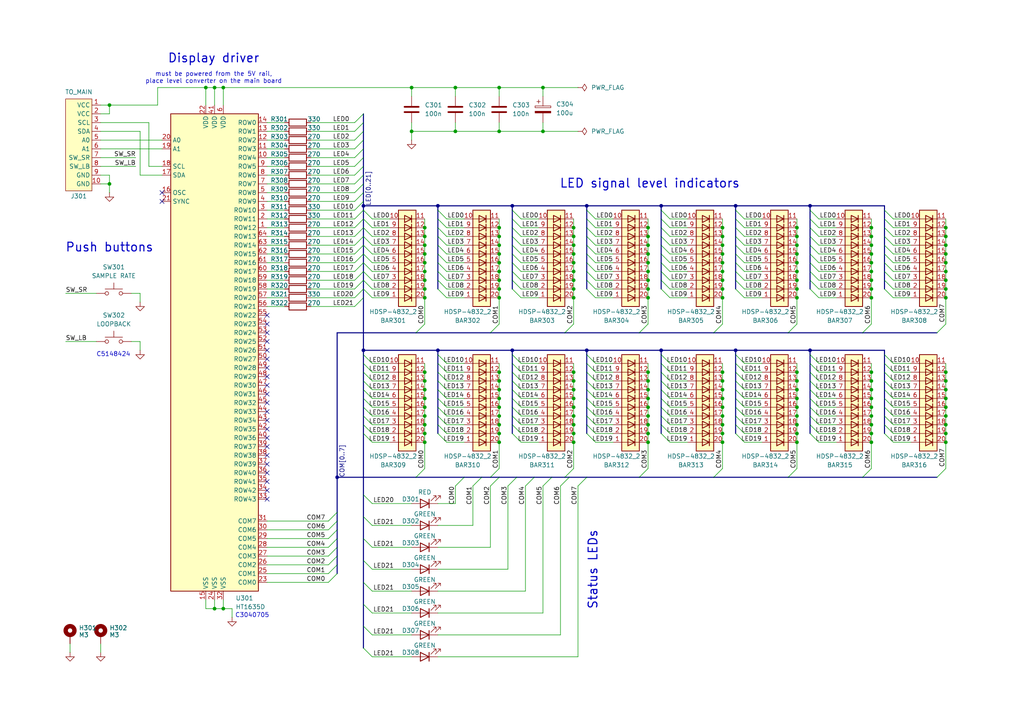
<source format=kicad_sch>
(kicad_sch (version 20250114) (generator "eeschema") (generator_version "9.0")
  (paper "A4")
  (title_block (title "16-in, 16-out USB <-> ADAT interface") (date "2025-09-29") (rev "1.0a") (company "Rethera") (comment 1 "Drawn by Łukasz Świszcz"))
  (text "C3040705" (at 73.152 178.562 0) (effects (font (size 1.27 1.27))))
  (text "Status LEDs" (at 171.958 165.354 90) (effects (font (size 2.54 2.54) (thickness 0.3175))))
  (text "Display driver" (at 61.976 17.018 0) (effects (font (size 2.54 2.54) (thickness 0.3175))))
  (text "LED signal level indicators" (at 188.468 53.34 0) (effects (font (size 2.54 2.54) (thickness 0.3175))))
  (text "C5148424" (at 27.94 102.87 0) (effects (font (size 1.27 1.27)) (justify left)))
  (text "must be powered from the 5V rail,\nplace level converter on the main board" (at 61.976 22.606 0) (effects (font (size 1.27 1.27))))
  (text "Push buttons" (at 31.75 71.882 0) (effects (font (size 2.54 2.54) (thickness 0.3175))))
  (junction (at 252.73 71.12))
  (junction (at 252.73 68.58))
  (junction (at 209.55 81.28))
  (junction (at 144.78 107.95))
  (junction (at 170.18 59.69))
  (junction (at 123.19 68.58))
  (junction (at 213.36 101.6))
  (junction (at 119.38 38.1))
  (junction (at 148.59 101.6))
  (junction (at 187.96 86.36))
  (junction (at 191.77 101.6))
  (junction (at 274.32 118.11))
  (junction (at 187.96 125.73))
  (junction (at 144.78 68.58))
  (junction (at 252.73 113.03))
  (junction (at 157.48 38.1))
  (junction (at 144.78 76.2))
  (junction (at 144.78 115.57))
  (junction (at 209.55 123.19))
  (junction (at 144.78 113.03))
  (junction (at 123.19 86.36))
  (junction (at 231.14 68.58))
  (junction (at 144.78 38.1))
  (junction (at 166.37 86.36))
  (junction (at 209.55 83.82))
  (junction (at 231.14 66.04))
  (junction (at 132.08 25.4))
  (junction (at 166.37 128.27))
  (junction (at 144.78 66.04))
  (junction (at 123.19 83.82))
  (junction (at 209.55 78.74))
  (junction (at 166.37 76.2))
  (junction (at 252.73 110.49))
  (junction (at 166.37 115.57))
  (junction (at 144.78 123.19))
  (junction (at 144.78 73.66))
  (junction (at 187.96 115.57))
  (junction (at 105.41 101.6))
  (junction (at 274.32 107.95))
  (junction (at 274.32 110.49))
  (junction (at 209.55 120.65))
  (junction (at 231.14 120.65))
  (junction (at 252.73 78.74))
  (junction (at 252.73 81.28))
  (junction (at 144.78 128.27))
  (junction (at 105.41 59.69))
  (junction (at 274.32 128.27))
  (junction (at 144.78 81.28))
  (junction (at 209.55 110.49))
  (junction (at 187.96 107.95))
  (junction (at 144.78 86.36))
  (junction (at 166.37 107.95))
  (junction (at 127 59.69))
  (junction (at 231.14 110.49))
  (junction (at 231.14 107.95))
  (junction (at 187.96 76.2))
  (junction (at 144.78 83.82))
  (junction (at 166.37 73.66))
  (junction (at 252.73 118.11))
  (junction (at 231.14 76.2))
  (junction (at 209.55 128.27))
  (junction (at 123.19 110.49))
  (junction (at 64.77 25.4))
  (junction (at 166.37 71.12))
  (junction (at 252.73 107.95))
  (junction (at 170.18 101.6))
  (junction (at 123.19 128.27))
  (junction (at 64.77 176.53))
  (junction (at 274.32 71.12))
  (junction (at 209.55 66.04))
  (junction (at 187.96 128.27))
  (junction (at 274.32 66.04))
  (junction (at 187.96 78.74))
  (junction (at 144.78 120.65))
  (junction (at 274.32 76.2))
  (junction (at 123.19 66.04))
  (junction (at 252.73 76.2))
  (junction (at 123.19 125.73))
  (junction (at 166.37 120.65))
  (junction (at 166.37 81.28))
  (junction (at 123.19 115.57))
  (junction (at 274.32 125.73))
  (junction (at 187.96 113.03))
  (junction (at 209.55 125.73))
  (junction (at 187.96 110.49))
  (junction (at 252.73 123.19))
  (junction (at 123.19 78.74))
  (junction (at 274.32 115.57))
  (junction (at 166.37 113.03))
  (junction (at 166.37 125.73))
  (junction (at 97.79 138.43))
  (junction (at 31.75 30.48))
  (junction (at 132.08 38.1))
  (junction (at 144.78 110.49))
  (junction (at 274.32 86.36))
  (junction (at 187.96 73.66))
  (junction (at 123.19 81.28))
  (junction (at 209.55 73.66))
  (junction (at 187.96 123.19))
  (junction (at 187.96 71.12))
  (junction (at 209.55 118.11))
  (junction (at 252.73 83.82))
  (junction (at 144.78 78.74))
  (junction (at 231.14 123.19))
  (junction (at 123.19 123.19))
  (junction (at 231.14 86.36))
  (junction (at 123.19 107.95))
  (junction (at 166.37 78.74))
  (junction (at 234.95 59.69))
  (junction (at 274.32 78.74))
  (junction (at 231.14 113.03))
  (junction (at 274.32 123.19))
  (junction (at 123.19 120.65))
  (junction (at 231.14 118.11))
  (junction (at 209.55 107.95))
  (junction (at 252.73 120.65))
  (junction (at 166.37 123.19))
  (junction (at 123.19 76.2))
  (junction (at 119.38 25.4))
  (junction (at 231.14 78.74))
  (junction (at 187.96 68.58))
  (junction (at 166.37 66.04))
  (junction (at 127 101.6))
  (junction (at 166.37 68.58))
  (junction (at 191.77 59.69))
  (junction (at 31.75 53.34))
  (junction (at 252.73 125.73))
  (junction (at 187.96 120.65))
  (junction (at 274.32 83.82))
  (junction (at 274.32 73.66))
  (junction (at 148.59 59.69))
  (junction (at 59.69 25.4))
  (junction (at 274.32 68.58))
  (junction (at 274.32 113.03))
  (junction (at 209.55 71.12))
  (junction (at 231.14 73.66))
  (junction (at 231.14 115.57))
  (junction (at 231.14 81.28))
  (junction (at 231.14 125.73))
  (junction (at 231.14 71.12))
  (junction (at 234.95 101.6))
  (junction (at 166.37 83.82))
  (junction (at 252.73 128.27))
  (junction (at 274.32 120.65))
  (junction (at 209.55 76.2))
  (junction (at 252.73 115.57))
  (junction (at 123.19 71.12))
  (junction (at 187.96 81.28))
  (junction (at 62.23 176.53))
  (junction (at 144.78 125.73))
  (junction (at 274.32 81.28))
  (junction (at 62.23 25.4))
  (junction (at 231.14 128.27))
  (junction (at 166.37 118.11))
  (junction (at 209.55 115.57))
  (junction (at 144.78 25.4))
  (junction (at 166.37 110.49))
  (junction (at 252.73 66.04))
  (junction (at 123.19 73.66))
  (junction (at 187.96 66.04))
  (junction (at 231.14 83.82))
  (junction (at 123.19 113.03))
  (junction (at 157.48 25.4))
  (junction (at 144.78 118.11))
  (junction (at 209.55 113.03))
  (junction (at 187.96 83.82))
  (junction (at 213.36 59.69))
  (junction (at 209.55 68.58))
  (junction (at 123.19 118.11))
  (junction (at 252.73 86.36))
  (junction (at 144.78 71.12))
  (junction (at 252.73 73.66))
  (junction (at 209.55 86.36))
  (junction (at 187.96 118.11))
  (no_connect (at 77.47 116.84))
  (no_connect (at 77.47 121.92))
  (no_connect (at 77.47 99.06))
  (no_connect (at 77.47 91.44))
  (no_connect (at 77.47 132.08))
  (no_connect (at 77.47 96.52))
  (no_connect (at 77.47 109.22))
  (no_connect (at 46.99 58.42))
  (no_connect (at 77.47 114.3))
  (no_connect (at 77.47 101.6))
  (no_connect (at 77.47 106.68))
  (no_connect (at 77.47 139.7))
  (no_connect (at 46.99 55.88))
  (no_connect (at 77.47 127))
  (no_connect (at 77.47 137.16))
  (no_connect (at 77.47 129.54))
  (no_connect (at 77.47 104.14))
  (no_connect (at 77.47 111.76))
  (no_connect (at 77.47 119.38))
  (no_connect (at 77.47 142.24))
  (no_connect (at 77.47 144.78))
  (no_connect (at 77.47 93.98))
  (no_connect (at 77.47 134.62))
  (no_connect (at 77.47 124.46))
  (bus_entry (at 234.95 81.28) (size 2.54 2.54))
  (bus_entry (at 194.31 71.12) (size -2.54 -2.54))
  (bus_entry (at 149.86 138.43) (size -2.54 2.54))
  (bus_entry (at 172.72 63.5) (size -2.54 -2.54))
  (bus_entry (at 107.95 73.66) (size -2.54 -2.54))
  (bus_entry (at 120.65 96.52) (size 2.54 -2.54))
  (bus_entry (at 151.13 78.74) (size -2.54 -2.54))
  (bus_entry (at 172.72 73.66) (size -2.54 -2.54))
  (bus_entry (at 102.87 78.74) (size 2.54 -2.54))
  (bus_entry (at 237.49 76.2) (size -2.54 -2.54))
  (bus_entry (at 194.31 73.66) (size -2.54 -2.54))
  (bus_entry (at 151.13 76.2) (size -2.54 -2.54))
  (bus_entry (at 215.9 113.03) (size -2.54 -2.54))
  (bus_entry (at 228.6 96.52) (size 2.54 -2.54))
  (bus_entry (at 237.49 123.19) (size -2.54 -2.54))
  (bus_entry (at 259.08 107.95) (size -2.54 -2.54))
  (bus_entry (at 213.36 125.73) (size 2.54 2.54))
  (bus_entry (at 107.95 76.2) (size -2.54 -2.54))
  (bus_entry (at 271.78 138.43) (size 2.54 -2.54))
  (bus_entry (at 194.31 118.11) (size -2.54 -2.54))
  (bus_entry (at 107.95 120.65) (size -2.54 -2.54))
  (bus_entry (at 237.49 66.04) (size -2.54 -2.54))
  (bus_entry (at 185.42 138.43) (size 2.54 -2.54))
  (bus_entry (at 170.18 138.43) (size -2.54 2.54))
  (bus_entry (at 127 81.28) (size 2.54 2.54))
  (bus_entry (at 148.59 81.28) (size 2.54 2.54))
  (bus_entry (at 105.41 125.73) (size 2.54 2.54))
  (bus_entry (at 151.13 63.5) (size -2.54 -2.54))
  (bus_entry (at 191.77 81.28) (size 2.54 2.54))
  (bus_entry (at 163.83 138.43) (size 2.54 -2.54))
  (bus_entry (at 191.77 123.19) (size 2.54 2.54))
  (bus_entry (at 194.31 113.03) (size -2.54 -2.54))
  (bus_entry (at 172.72 118.11) (size -2.54 -2.54))
  (bus_entry (at 102.87 76.2) (size 2.54 -2.54))
  (bus_entry (at 102.87 45.72) (size 2.54 -2.54))
  (bus_entry (at 102.87 43.18) (size 2.54 -2.54))
  (bus_entry (at 127 125.73) (size 2.54 2.54))
  (bus_entry (at 129.54 113.03) (size -2.54 -2.54))
  (bus_entry (at 237.49 78.74) (size -2.54 -2.54))
  (bus_entry (at 259.08 118.11) (size -2.54 -2.54))
  (bus_entry (at 102.87 73.66) (size 2.54 -2.54))
  (bus_entry (at 271.78 96.52) (size 2.54 -2.54))
  (bus_entry (at 237.49 118.11) (size -2.54 -2.54))
  (bus_entry (at 148.59 123.19) (size 2.54 2.54))
  (bus_entry (at 160.02 138.43) (size -2.54 2.54))
  (bus_entry (at 172.72 113.03) (size -2.54 -2.54))
  (bus_entry (at 259.08 76.2) (size -2.54 -2.54))
  (bus_entry (at 215.9 78.74) (size -2.54 -2.54))
  (bus_entry (at 129.54 71.12) (size -2.54 -2.54))
  (bus_entry (at 170.18 81.28) (size 2.54 2.54))
  (bus_entry (at 237.49 63.5) (size -2.54 -2.54))
  (bus_entry (at 151.13 105.41) (size -2.54 -2.54))
  (bus_entry (at 163.83 96.52) (size 2.54 -2.54))
  (bus_entry (at 170.18 125.73) (size 2.54 2.54))
  (bus_entry (at 151.13 115.57) (size -2.54 -2.54))
  (bus_entry (at 129.54 81.28) (size -2.54 -2.54))
  (bus_entry (at 228.6 138.43) (size 2.54 -2.54))
  (bus_entry (at 105.41 168.91) (size 2.54 2.54))
  (bus_entry (at 129.54 123.19) (size -2.54 -2.54))
  (bus_entry (at 234.95 123.19) (size 2.54 2.54))
  (bus_entry (at 142.24 96.52) (size 2.54 -2.54))
  (bus_entry (at 259.08 113.03) (size -2.54 -2.54))
  (bus_entry (at 105.41 123.19) (size 2.54 2.54))
  (bus_entry (at 129.54 68.58) (size -2.54 -2.54))
  (bus_entry (at 105.41 83.82) (size -2.54 2.54))
  (bus_entry (at 237.49 71.12) (size -2.54 -2.54))
  (bus_entry (at 259.08 123.19) (size -2.54 -2.54))
  (bus_entry (at 107.95 110.49) (size -2.54 -2.54))
  (bus_entry (at 259.08 120.65) (size -2.54 -2.54))
  (bus_entry (at 259.08 63.5) (size -2.54 -2.54))
  (bus_entry (at 102.87 68.58) (size 2.54 -2.54))
  (bus_entry (at 120.65 138.43) (size 2.54 -2.54))
  (bus_entry (at 97.79 163.83) (size -2.54 2.54))
  (bus_entry (at 129.54 63.5) (size -2.54 -2.54))
  (bus_entry (at 172.72 78.74) (size -2.54 -2.54))
  (bus_entry (at 105.41 81.28) (size -2.54 2.54))
  (bus_entry (at 107.95 68.58) (size -2.54 -2.54))
  (bus_entry (at 237.49 110.49) (size -2.54 -2.54))
  (bus_entry (at 194.31 123.19) (size -2.54 -2.54))
  (bus_entry (at 142.24 138.43) (size 2.54 -2.54))
  (bus_entry (at 107.95 63.5) (size -2.54 -2.54))
  (bus_entry (at 102.87 35.56) (size 2.54 -2.54))
  (bus_entry (at 102.87 66.04) (size 2.54 -2.54))
  (bus_entry (at 148.59 83.82) (size 2.54 2.54))
  (bus_entry (at 194.31 68.58) (size -2.54 -2.54))
  (bus_entry (at 234.95 83.82) (size 2.54 2.54))
  (bus_entry (at 107.95 81.28) (size -2.54 -2.54))
  (bus_entry (at 259.08 68.58) (size -2.54 -2.54))
  (bus_entry (at 250.19 138.43) (size 2.54 -2.54))
  (bus_entry (at 107.95 71.12) (size -2.54 -2.54))
  (bus_entry (at 105.41 81.28) (size 2.54 2.54))
  (bus_entry (at 194.31 76.2) (size -2.54 -2.54))
  (bus_entry (at 215.9 71.12) (size -2.54 -2.54))
  (bus_entry (at 172.72 120.65) (size -2.54 -2.54))
  (bus_entry (at 259.08 78.74) (size -2.54 -2.54))
  (bus_entry (at 105.41 86.36) (size -2.54 2.54))
  (bus_entry (at 107.95 118.11) (size -2.54 -2.54))
  (bus_entry (at 151.13 118.11) (size -2.54 -2.54))
  (bus_entry (at 237.49 113.03) (size -2.54 -2.54))
  (bus_entry (at 237.49 120.65) (size -2.54 -2.54))
  (bus_entry (at 194.31 105.41) (size -2.54 -2.54))
  (bus_entry (at 194.31 78.74) (size -2.54 -2.54))
  (bus_entry (at 97.79 153.67) (size -2.54 2.54))
  (bus_entry (at 102.87 38.1) (size 2.54 -2.54))
  (bus_entry (at 97.79 156.21) (size -2.54 2.54))
  (bus_entry (at 250.19 96.52) (size 2.54 -2.54))
  (bus_entry (at 129.54 73.66) (size -2.54 -2.54))
  (bus_entry (at 102.87 60.96) (size 2.54 -2.54))
  (bus_entry (at 105.41 83.82) (size 2.54 2.54))
  (bus_entry (at 194.31 107.95) (size -2.54 -2.54))
  (bus_entry (at 97.79 151.13) (size -2.54 2.54))
  (bus_entry (at 256.54 123.19) (size 2.54 2.54))
  (bus_entry (at 172.72 107.95) (size -2.54 -2.54))
  (bus_entry (at 107.95 115.57) (size -2.54 -2.54))
  (bus_entry (at 107.95 107.95) (size -2.54 -2.54))
  (bus_entry (at 194.31 120.65) (size -2.54 -2.54))
  (bus_entry (at 129.54 115.57) (size -2.54 -2.54))
  (bus_entry (at 259.08 110.49) (size -2.54 -2.54))
  (bus_entry (at 215.9 66.04) (size -2.54 -2.54))
  (bus_entry (at 213.36 123.19) (size 2.54 2.54))
  (bus_entry (at 259.08 105.41) (size -2.54 -2.54))
  (bus_entry (at 259.08 66.04) (size -2.54 -2.54))
  (bus_entry (at 127 83.82) (size 2.54 2.54))
  (bus_entry (at 129.54 66.04) (size -2.54 -2.54))
  (bus_entry (at 215.9 68.58) (size -2.54 -2.54))
  (bus_entry (at 102.87 48.26) (size 2.54 -2.54))
  (bus_entry (at 215.9 76.2) (size -2.54 -2.54))
  (bus_entry (at 194.31 81.28) (size -2.54 -2.54))
  (bus_entry (at 237.49 68.58) (size -2.54 -2.54))
  (bus_entry (at 237.49 73.66) (size -2.54 -2.54))
  (bus_entry (at 102.87 53.34) (size 2.54 -2.54))
  (bus_entry (at 237.49 105.41) (size -2.54 -2.54))
  (bus_entry (at 129.54 78.74) (size -2.54 -2.54))
  (bus_entry (at 172.72 71.12) (size -2.54 -2.54))
  (bus_entry (at 172.72 66.04) (size -2.54 -2.54))
  (bus_entry (at 129.54 76.2) (size -2.54 -2.54))
  (bus_entry (at 215.9 120.65) (size -2.54 -2.54))
  (bus_entry (at 215.9 107.95) (size -2.54 -2.54))
  (bus_entry (at 170.18 123.19) (size 2.54 2.54))
  (bus_entry (at 151.13 123.19) (size -2.54 -2.54))
  (bus_entry (at 148.59 125.73) (size 2.54 2.54))
  (bus_entry (at 129.54 107.95) (size -2.54 -2.54))
  (bus_entry (at 256.54 83.82) (size 2.54 2.54))
  (bus_entry (at 215.9 115.57) (size -2.54 -2.54))
  (bus_entry (at 237.49 115.57) (size -2.54 -2.54))
  (bus_entry (at 151.13 107.95) (size -2.54 -2.54))
  (bus_entry (at 215.9 123.19) (size -2.54 -2.54))
  (bus_entry (at 139.7 138.43) (size -2.54 2.54))
  (bus_entry (at 172.72 123.19) (size -2.54 -2.54))
  (bus_entry (at 151.13 120.65) (size -2.54 -2.54))
  (bus_entry (at 151.13 68.58) (size -2.54 -2.54))
  (bus_entry (at 151.13 113.03) (size -2.54 -2.54))
  (bus_entry (at 194.31 115.57) (size -2.54 -2.54))
  (bus_entry (at 172.72 105.41) (size -2.54 -2.54))
  (bus_entry (at 105.41 149.86) (size 2.54 2.54))
  (bus_entry (at 127 123.19) (size 2.54 2.54))
  (bus_entry (at 215.9 81.28) (size -2.54 -2.54))
  (bus_entry (at 102.87 40.64) (size 2.54 -2.54))
  (bus_entry (at 207.01 96.52) (size 2.54 -2.54))
  (bus_entry (at 237.49 81.28) (size -2.54 -2.54))
  (bus_entry (at 172.72 110.49) (size -2.54 -2.54))
  (bus_entry (at 151.13 66.04) (size -2.54 -2.54))
  (bus_entry (at 256.54 125.73) (size 2.54 2.54))
  (bus_entry (at 105.41 55.88) (size -2.54 2.54))
  (bus_entry (at 97.79 161.29) (size -2.54 2.54))
  (bus_entry (at 215.9 63.5) (size -2.54 -2.54))
  (bus_entry (at 151.13 73.66) (size -2.54 -2.54))
  (bus_entry (at 151.13 110.49) (size -2.54 -2.54))
  (bus_entry (at 107.95 66.04) (size -2.54 -2.54))
  (bus_entry (at 129.54 110.49) (size -2.54 -2.54))
  (bus_entry (at 172.72 68.58) (size -2.54 -2.54))
  (bus_entry (at 97.79 166.37) (size -2.54 2.54))
  (bus_entry (at 105.41 175.26) (size 2.54 2.54))
  (bus_entry (at 170.18 83.82) (size 2.54 2.54))
  (bus_entry (at 129.54 120.65) (size -2.54 -2.54))
  (bus_entry (at 129.54 105.41) (size -2.54 -2.54))
  (bus_entry (at 215.9 73.66) (size -2.54 -2.54))
  (bus_entry (at 234.95 125.73) (size 2.54 2.54))
  (bus_entry (at 194.31 63.5) (size -2.54 -2.54))
  (bus_entry (at 207.01 138.43) (size 2.54 -2.54))
  (bus_entry (at 97.79 148.59) (size -2.54 2.54))
  (bus_entry (at 97.79 158.75) (size -2.54 2.54))
  (bus_entry (at 151.13 81.28) (size -2.54 -2.54))
  (bus_entry (at 105.41 78.74) (size -2.54 2.54))
  (bus_entry (at 213.36 83.82) (size 2.54 2.54))
  (bus_entry (at 105.41 181.61) (size 2.54 2.54))
  (bus_entry (at 215.9 110.49) (size -2.54 -2.54))
  (bus_entry (at 185.42 96.52) (size 2.54 -2.54))
  (bus_entry (at 215.9 118.11) (size -2.54 -2.54))
  (bus_entry (at 107.95 78.74) (size -2.54 -2.54))
  (bus_entry (at 194.31 110.49) (size -2.54 -2.54))
  (bus_entry (at 172.72 115.57) (size -2.54 -2.54))
  (bus_entry (at 154.94 138.43) (size -2.54 2.54))
  (bus_entry (at 144.78 138.43) (size -2.54 2.54))
  (bus_entry (at 213.36 81.28) (size 2.54 2.54))
  (bus_entry (at 102.87 71.12) (size 2.54 -2.54))
  (bus_entry (at 259.08 115.57) (size -2.54 -2.54))
  (bus_entry (at 215.9 105.41) (size -2.54 -2.54))
  (bus_entry (at 105.41 187.96) (size 2.54 2.54))
  (bus_entry (at 237.49 107.95) (size -2.54 -2.54))
  (bus_entry (at 259.08 81.28) (size -2.54 -2.54))
  (bus_entry (at 107.95 113.03) (size -2.54 -2.54))
  (bus_entry (at 165.1 138.43) (size -2.54 2.54))
  (bus_entry (at 151.13 71.12) (size -2.54 -2.54))
  (bus_entry (at 107.95 123.19) (size -2.54 -2.54))
  (bus_entry (at 129.54 118.11) (size -2.54 -2.54))
  (bus_entry (at 102.87 50.8) (size 2.54 -2.54))
  (bus_entry (at 107.95 105.41) (size -2.54 -2.54))
  (bus_entry (at 102.87 63.5) (size 2.54 -2.54))
  (bus_entry (at 105.41 53.34) (size -2.54 2.54))
  (bus_entry (at 194.31 66.04) (size -2.54 -2.54))
  (bus_entry (at 172.72 76.2) (size -2.54 -2.54))
  (bus_entry (at 191.77 125.73) (size 2.54 2.54))
  (bus_entry (at 172.72 81.28) (size -2.54 -2.54))
  (bus_entry (at 256.54 81.28) (size 2.54 2.54))
  (bus_entry (at 191.77 83.82) (size 2.54 2.54))
  (bus_entry (at 105.41 162.56) (size 2.54 2.54))
  (bus_entry (at 259.08 73.66) (size -2.54 -2.54))
  (bus_entry (at 105.41 156.21) (size 2.54 2.54))
  (bus_entry (at 259.08 71.12) (size -2.54 -2.54))
  (bus_entry (at 134.62 138.43) (size -2.54 2.54))
  (bus_entry (at 105.41 143.51) (size 2.54 2.54))
  (wire (pts (xy 177.8 68.58) (xy 172.72 68.58)))
  (wire (pts (xy 77.47 81.28) (xy 82.55 81.28)))
  (wire (pts (xy 77.47 53.34) (xy 82.55 53.34)))
  (wire (pts (xy 144.78 123.19) (xy 144.78 125.73)))
  (wire (pts (xy 242.57 118.11) (xy 237.49 118.11)))
  (wire (pts (xy 264.16 125.73) (xy 259.08 125.73)))
  (wire (pts (xy 274.32 125.73) (xy 274.32 128.27)))
  (wire (pts (xy 113.03 68.58) (xy 107.95 68.58)))
  (wire (pts (xy 274.32 86.36) (xy 274.32 93.98)))
  (bus (pts (xy 105.41 149.86) (xy 105.41 156.21)))
  (bus (pts (xy 127 81.28) (xy 127 83.82)))
  (wire (pts (xy 90.17 78.74) (xy 102.87 78.74)))
  (wire (pts (xy 187.96 76.2) (xy 187.96 78.74)))
  (wire (pts (xy 156.21 113.03) (xy 151.13 113.03)))
  (wire (pts (xy 19.05 85.09) (xy 27.94 85.09)))
  (wire (pts (xy 90.17 38.1) (xy 102.87 38.1)))
  (bus (pts (xy 148.59 113.03) (xy 148.59 115.57)))
  (bus (pts (xy 256.54 73.66) (xy 256.54 76.2)))
  (wire (pts (xy 199.39 68.58) (xy 194.31 68.58)))
  (wire (pts (xy 59.69 176.53) (xy 62.23 176.53)))
  (wire (pts (xy 123.19 125.73) (xy 123.19 128.27)))
  (wire (pts (xy 187.96 81.28) (xy 187.96 83.82)))
  (bus (pts (xy 234.95 60.96) (xy 234.95 63.5)))
  (bus (pts (xy 148.59 59.69) (xy 170.18 59.69)))
  (wire (pts (xy 264.16 115.57) (xy 259.08 115.57)))
  (bus (pts (xy 105.41 102.87) (xy 105.41 105.41)))
  (wire (pts (xy 187.96 120.65) (xy 187.96 123.19)))
  (wire (pts (xy 127 190.5) (xy 167.64 190.5)))
  (wire (pts (xy 90.17 58.42) (xy 102.87 58.42)))
  (wire (pts (xy 187.96 123.19) (xy 187.96 125.73)))
  (bus (pts (xy 148.59 101.6) (xy 170.18 101.6)))
  (wire (pts (xy 209.55 76.2) (xy 209.55 78.74)))
  (bus (pts (xy 127 59.69) (xy 127 60.96)))
  (wire (pts (xy 252.73 105.41) (xy 252.73 107.95)))
  (wire (pts (xy 156.21 66.04) (xy 151.13 66.04)))
  (wire (pts (xy 157.48 25.4) (xy 167.64 25.4)))
  (bus (pts (xy 105.41 83.82) (xy 105.41 81.28)))
  (wire (pts (xy 157.48 38.1) (xy 167.64 38.1)))
  (wire (pts (xy 129.54 105.41) (xy 134.62 105.41)))
  (wire (pts (xy 90.17 43.18) (xy 102.87 43.18)))
  (wire (pts (xy 199.39 76.2) (xy 194.31 76.2)))
  (wire (pts (xy 231.14 110.49) (xy 231.14 113.03)))
  (wire (pts (xy 252.73 86.36) (xy 252.73 93.98)))
  (wire (pts (xy 166.37 120.65) (xy 166.37 123.19)))
  (wire (pts (xy 119.38 38.1) (xy 132.08 38.1)))
  (wire (pts (xy 123.19 110.49) (xy 123.19 113.03)))
  (wire (pts (xy 199.39 113.03) (xy 194.31 113.03)))
  (bus (pts (xy 148.59 60.96) (xy 148.59 63.5)))
  (wire (pts (xy 252.73 76.2) (xy 252.73 78.74)))
  (wire (pts (xy 231.14 81.28) (xy 231.14 83.82)))
  (bus (pts (xy 256.54 113.03) (xy 256.54 115.57)))
  (bus (pts (xy 127 66.04) (xy 127 68.58)))
  (wire (pts (xy 156.21 81.28) (xy 151.13 81.28)))
  (wire (pts (xy 29.21 50.8) (xy 31.75 50.8)))
  (bus (pts (xy 234.95 107.95) (xy 234.95 110.49)))
  (wire (pts (xy 231.14 123.19) (xy 231.14 125.73)))
  (wire (pts (xy 252.73 123.19) (xy 252.73 125.73)))
  (bus (pts (xy 105.41 175.26) (xy 105.41 181.61)))
  (wire (pts (xy 264.16 66.04) (xy 259.08 66.04)))
  (wire (pts (xy 59.69 25.4) (xy 59.69 30.48)))
  (wire (pts (xy 231.14 73.66) (xy 231.14 76.2)))
  (bus (pts (xy 127 60.96) (xy 127 63.5)))
  (wire (pts (xy 264.16 68.58) (xy 259.08 68.58)))
  (bus (pts (xy 234.95 71.12) (xy 234.95 73.66)))
  (bus (pts (xy 127 102.87) (xy 127 105.41)))
  (wire (pts (xy 31.75 53.34) (xy 31.75 55.88)))
  (wire (pts (xy 134.62 73.66) (xy 129.54 73.66)))
  (wire (pts (xy 187.96 118.11) (xy 187.96 120.65)))
  (bus (pts (xy 105.41 168.91) (xy 105.41 175.26)))
  (bus (pts (xy 191.77 115.57) (xy 191.77 118.11)))
  (bus (pts (xy 213.36 78.74) (xy 213.36 81.28)))
  (wire (pts (xy 177.8 81.28) (xy 172.72 81.28)))
  (bus (pts (xy 127 73.66) (xy 127 76.2)))
  (wire (pts (xy 77.47 76.2) (xy 82.55 76.2)))
  (wire (pts (xy 90.17 40.64) (xy 102.87 40.64)))
  (wire (pts (xy 90.17 81.28) (xy 102.87 81.28)))
  (bus (pts (xy 213.36 115.57) (xy 213.36 118.11)))
  (wire (pts (xy 77.47 158.75) (xy 95.25 158.75)))
  (bus (pts (xy 256.54 68.58) (xy 256.54 71.12)))
  (wire (pts (xy 264.16 71.12) (xy 259.08 71.12)))
  (wire (pts (xy 209.55 118.11) (xy 209.55 120.65)))
  (bus (pts (xy 105.41 81.28) (xy 105.41 78.74)))
  (wire (pts (xy 147.32 140.97) (xy 147.32 165.1)))
  (wire (pts (xy 77.47 88.9) (xy 82.55 88.9)))
  (wire (pts (xy 209.55 68.58) (xy 209.55 71.12)))
  (wire (pts (xy 113.03 123.19) (xy 107.95 123.19)))
  (wire (pts (xy 137.16 140.97) (xy 137.16 152.4)))
  (wire (pts (xy 274.32 76.2) (xy 274.32 78.74)))
  (wire (pts (xy 77.47 40.64) (xy 82.55 40.64)))
  (bus (pts (xy 191.77 110.49) (xy 191.77 113.03)))
  (wire (pts (xy 77.47 35.56) (xy 82.55 35.56)))
  (wire (pts (xy 77.47 68.58) (xy 82.55 68.58)))
  (wire (pts (xy 274.32 66.04) (xy 274.32 68.58)))
  (bus (pts (xy 97.79 96.52) (xy 97.79 138.43)))
  (wire (pts (xy 43.18 48.26) (xy 43.18 35.56)))
  (wire (pts (xy 113.03 71.12) (xy 107.95 71.12)))
  (wire (pts (xy 166.37 118.11) (xy 166.37 120.65)))
  (wire (pts (xy 209.55 128.27) (xy 209.55 135.89)))
  (bus (pts (xy 234.95 59.69) (xy 234.95 60.96)))
  (wire (pts (xy 177.8 125.73) (xy 172.72 125.73)))
  (wire (pts (xy 220.98 76.2) (xy 215.9 76.2)))
  (wire (pts (xy 166.37 83.82) (xy 166.37 86.36)))
  (bus (pts (xy 213.36 113.03) (xy 213.36 115.57)))
  (wire (pts (xy 64.77 25.4) (xy 119.38 25.4)))
  (bus (pts (xy 127 105.41) (xy 127 107.95)))
  (wire (pts (xy 144.78 66.04) (xy 144.78 68.58)))
  (wire (pts (xy 113.03 118.11) (xy 107.95 118.11)))
  (wire (pts (xy 231.14 78.74) (xy 231.14 81.28)))
  (wire (pts (xy 77.47 63.5) (xy 82.55 63.5)))
  (wire (pts (xy 123.19 76.2) (xy 123.19 78.74)))
  (wire (pts (xy 264.16 120.65) (xy 259.08 120.65)))
  (wire (pts (xy 177.8 83.82) (xy 172.72 83.82)))
  (wire (pts (xy 77.47 86.36) (xy 82.55 86.36)))
  (wire (pts (xy 90.17 63.5) (xy 102.87 63.5)))
  (wire (pts (xy 220.98 118.11) (xy 215.9 118.11)))
  (bus (pts (xy 250.19 138.43) (xy 271.78 138.43)))
  (wire (pts (xy 90.17 55.88) (xy 102.87 55.88)))
  (wire (pts (xy 274.32 110.49) (xy 274.32 113.03)))
  (wire (pts (xy 194.31 105.41) (xy 199.39 105.41)))
  (wire (pts (xy 166.37 107.95) (xy 166.37 110.49)))
  (wire (pts (xy 166.37 66.04) (xy 166.37 68.58)))
  (wire (pts (xy 20.32 186.69) (xy 20.32 189.23)))
  (wire (pts (xy 157.48 25.4) (xy 144.78 25.4)))
  (wire (pts (xy 220.98 66.04) (xy 215.9 66.04)))
  (wire (pts (xy 156.21 68.58) (xy 151.13 68.58)))
  (bus (pts (xy 105.41 78.74) (xy 105.41 76.2)))
  (bus (pts (xy 105.41 125.73) (xy 105.41 143.51)))
  (wire (pts (xy 127 177.8) (xy 157.48 177.8)))
  (wire (pts (xy 166.37 76.2) (xy 166.37 78.74)))
  (wire (pts (xy 177.8 86.36) (xy 172.72 86.36)))
  (bus (pts (xy 139.7 138.43) (xy 142.24 138.43)))
  (wire (pts (xy 113.03 125.73) (xy 107.95 125.73)))
  (bus (pts (xy 185.42 96.52) (xy 207.01 96.52)))
  (wire (pts (xy 77.47 78.74) (xy 82.55 78.74)))
  (wire (pts (xy 252.73 83.82) (xy 252.73 86.36)))
  (wire (pts (xy 90.17 73.66) (xy 102.87 73.66)))
  (wire (pts (xy 199.39 107.95) (xy 194.31 107.95)))
  (wire (pts (xy 29.21 40.64) (xy 46.99 40.64)))
  (wire (pts (xy 77.47 48.26) (xy 82.55 48.26)))
  (bus (pts (xy 148.59 120.65) (xy 148.59 123.19)))
  (bus (pts (xy 127 113.03) (xy 127 115.57)))
  (wire (pts (xy 134.62 125.73) (xy 129.54 125.73)))
  (bus (pts (xy 97.79 163.83) (xy 97.79 166.37)))
  (wire (pts (xy 264.16 81.28) (xy 259.08 81.28)))
  (bus (pts (xy 170.18 66.04) (xy 170.18 68.58)))
  (wire (pts (xy 231.14 66.04) (xy 231.14 68.58)))
  (wire (pts (xy 209.55 81.28) (xy 209.55 83.82)))
  (wire (pts (xy 274.32 123.19) (xy 274.32 125.73)))
  (wire (pts (xy 77.47 43.18) (xy 82.55 43.18)))
  (bus (pts (xy 250.19 96.52) (xy 271.78 96.52)))
  (wire (pts (xy 137.16 152.4) (xy 127 152.4)))
  (wire (pts (xy 107.95 171.45) (xy 119.38 171.45)))
  (wire (pts (xy 177.8 71.12) (xy 172.72 71.12)))
  (bus (pts (xy 234.95 59.69) (xy 256.54 59.69)))
  (wire (pts (xy 134.62 81.28) (xy 129.54 81.28)))
  (wire (pts (xy 252.73 78.74) (xy 252.73 81.28)))
  (wire (pts (xy 199.39 86.36) (xy 194.31 86.36)))
  (bus (pts (xy 149.86 138.43) (xy 154.94 138.43)))
  (wire (pts (xy 90.17 53.34) (xy 102.87 53.34)))
  (wire (pts (xy 172.72 105.41) (xy 177.8 105.41)))
  (bus (pts (xy 191.77 123.19) (xy 191.77 125.73)))
  (wire (pts (xy 264.16 110.49) (xy 259.08 110.49)))
  (bus (pts (xy 256.54 105.41) (xy 256.54 107.95)))
  (wire (pts (xy 29.21 186.69) (xy 29.21 189.23)))
  (wire (pts (xy 220.98 113.03) (xy 215.9 113.03)))
  (wire (pts (xy 77.47 45.72) (xy 82.55 45.72)))
  (bus (pts (xy 127 118.11) (xy 127 120.65)))
  (bus (pts (xy 97.79 161.29) (xy 97.79 163.83)))
  (wire (pts (xy 144.78 86.36) (xy 144.78 93.98)))
  (wire (pts (xy 123.19 123.19) (xy 123.19 125.73)))
  (bus (pts (xy 105.41 105.41) (xy 105.41 107.95)))
  (bus (pts (xy 105.41 181.61) (xy 105.41 187.96)))
  (wire (pts (xy 264.16 78.74) (xy 259.08 78.74)))
  (bus (pts (xy 97.79 138.43) (xy 120.65 138.43)))
  (bus (pts (xy 105.41 53.34) (xy 105.41 50.8)))
  (wire (pts (xy 107.95 165.1) (xy 119.38 165.1)))
  (wire (pts (xy 166.37 105.41) (xy 166.37 107.95)))
  (bus (pts (xy 234.95 113.03) (xy 234.95 115.57)))
  (bus (pts (xy 185.42 138.43) (xy 207.01 138.43)))
  (wire (pts (xy 274.32 113.03) (xy 274.32 115.57)))
  (bus (pts (xy 170.18 63.5) (xy 170.18 66.04)))
  (bus (pts (xy 213.36 102.87) (xy 213.36 105.41)))
  (wire (pts (xy 274.32 83.82) (xy 274.32 86.36)))
  (wire (pts (xy 264.16 86.36) (xy 259.08 86.36)))
  (wire (pts (xy 157.48 27.94) (xy 157.48 25.4)))
  (bus (pts (xy 148.59 101.6) (xy 148.59 102.87)))
  (wire (pts (xy 209.55 120.65) (xy 209.55 123.19)))
  (wire (pts (xy 231.14 83.82) (xy 231.14 86.36)))
  (wire (pts (xy 64.77 30.48) (xy 64.77 25.4)))
  (bus (pts (xy 191.77 113.03) (xy 191.77 115.57)))
  (wire (pts (xy 187.96 128.27) (xy 187.96 135.89)))
  (wire (pts (xy 259.08 63.5) (xy 264.16 63.5)))
  (bus (pts (xy 191.77 59.69) (xy 191.77 60.96)))
  (wire (pts (xy 90.17 66.04) (xy 102.87 66.04)))
  (bus (pts (xy 256.54 107.95) (xy 256.54 110.49)))
  (wire (pts (xy 177.8 66.04) (xy 172.72 66.04)))
  (wire (pts (xy 252.73 107.95) (xy 252.73 110.49)))
  (wire (pts (xy 274.32 128.27) (xy 274.32 135.89)))
  (wire (pts (xy 90.17 50.8) (xy 102.87 50.8)))
  (wire (pts (xy 199.39 128.27) (xy 194.31 128.27)))
  (wire (pts (xy 134.62 118.11) (xy 129.54 118.11)))
  (bus (pts (xy 191.77 107.95) (xy 191.77 110.49)))
  (wire (pts (xy 156.21 76.2) (xy 151.13 76.2)))
  (bus (pts (xy 234.95 68.58) (xy 234.95 71.12)))
  (wire (pts (xy 142.24 140.97) (xy 142.24 158.75)))
  (wire (pts (xy 187.96 113.03) (xy 187.96 115.57)))
  (wire (pts (xy 123.19 83.82) (xy 123.19 86.36)))
  (bus (pts (xy 148.59 118.11) (xy 148.59 120.65)))
  (wire (pts (xy 113.03 73.66) (xy 107.95 73.66)))
  (wire (pts (xy 252.73 81.28) (xy 252.73 83.82)))
  (bus (pts (xy 213.36 66.04) (xy 213.36 68.58)))
  (wire (pts (xy 102.87 60.96) (xy 90.17 60.96)))
  (wire (pts (xy 90.17 45.72) (xy 102.87 45.72)))
  (bus (pts (xy 97.79 158.75) (xy 97.79 161.29)))
  (wire (pts (xy 123.19 73.66) (xy 123.19 76.2)))
  (wire (pts (xy 231.14 63.5) (xy 231.14 66.04)))
  (bus (pts (xy 234.95 66.04) (xy 234.95 68.58)))
  (wire (pts (xy 156.21 73.66) (xy 151.13 73.66)))
  (wire (pts (xy 252.73 71.12) (xy 252.73 73.66)))
  (bus (pts (xy 234.95 102.87) (xy 234.95 105.41)))
  (wire (pts (xy 242.57 66.04) (xy 237.49 66.04)))
  (wire (pts (xy 144.78 68.58) (xy 144.78 71.12)))
  (wire (pts (xy 187.96 110.49) (xy 187.96 113.03)))
  (bus (pts (xy 105.41 101.6) (xy 127 101.6)))
  (wire (pts (xy 77.47 153.67) (xy 95.25 153.67)))
  (wire (pts (xy 156.21 78.74) (xy 151.13 78.74)))
  (wire (pts (xy 264.16 123.19) (xy 259.08 123.19)))
  (wire (pts (xy 134.62 115.57) (xy 129.54 115.57)))
  (wire (pts (xy 43.18 35.56) (xy 29.21 35.56)))
  (wire (pts (xy 123.19 105.41) (xy 123.19 107.95)))
  (wire (pts (xy 123.19 113.03) (xy 123.19 115.57)))
  (wire (pts (xy 177.8 78.74) (xy 172.72 78.74)))
  (wire (pts (xy 187.96 86.36) (xy 187.96 93.98)))
  (bus (pts (xy 105.41 76.2) (xy 105.41 73.66)))
  (bus (pts (xy 170.18 73.66) (xy 170.18 76.2)))
  (wire (pts (xy 123.19 107.95) (xy 123.19 110.49)))
  (bus (pts (xy 213.36 120.65) (xy 213.36 123.19)))
  (wire (pts (xy 264.16 76.2) (xy 259.08 76.2)))
  (wire (pts (xy 215.9 63.5) (xy 220.98 63.5)))
  (wire (pts (xy 40.64 85.09) (xy 40.64 87.63)))
  (wire (pts (xy 199.39 83.82) (xy 194.31 83.82)))
  (bus (pts (xy 148.59 76.2) (xy 148.59 78.74)))
  (bus (pts (xy 234.95 101.6) (xy 256.54 101.6)))
  (wire (pts (xy 90.17 48.26) (xy 102.87 48.26)))
  (wire (pts (xy 199.39 66.04) (xy 194.31 66.04)))
  (wire (pts (xy 252.73 125.73) (xy 252.73 128.27)))
  (wire (pts (xy 209.55 110.49) (xy 209.55 113.03)))
  (bus (pts (xy 234.95 120.65) (xy 234.95 123.19)))
  (wire (pts (xy 144.78 128.27) (xy 144.78 135.89)))
  (bus (pts (xy 191.77 68.58) (xy 191.77 71.12)))
  (wire (pts (xy 132.08 38.1) (xy 132.08 35.56)))
  (wire (pts (xy 231.14 105.41) (xy 231.14 107.95)))
  (wire (pts (xy 199.39 81.28) (xy 194.31 81.28)))
  (wire (pts (xy 45.72 25.4) (xy 59.69 25.4)))
  (bus (pts (xy 170.18 113.03) (xy 170.18 115.57)))
  (wire (pts (xy 209.55 115.57) (xy 209.55 118.11)))
  (bus (pts (xy 144.78 138.43) (xy 149.86 138.43)))
  (wire (pts (xy 107.95 63.5) (xy 113.03 63.5)))
  (bus (pts (xy 148.59 68.58) (xy 148.59 71.12)))
  (bus (pts (xy 148.59 107.95) (xy 148.59 110.49)))
  (wire (pts (xy 187.96 63.5) (xy 187.96 66.04)))
  (bus (pts (xy 105.41 120.65) (xy 105.41 123.19)))
  (wire (pts (xy 177.8 128.27) (xy 172.72 128.27)))
  (wire (pts (xy 77.47 71.12) (xy 82.55 71.12)))
  (wire (pts (xy 274.32 78.74) (xy 274.32 81.28)))
  (wire (pts (xy 77.47 151.13) (xy 95.25 151.13)))
  (bus (pts (xy 228.6 138.43) (xy 250.19 138.43)))
  (wire (pts (xy 144.78 35.56) (xy 144.78 38.1)))
  (wire (pts (xy 123.19 66.04) (xy 123.19 68.58)))
  (wire (pts (xy 162.56 140.97) (xy 162.56 184.15)))
  (wire (pts (xy 134.62 66.04) (xy 129.54 66.04)))
  (wire (pts (xy 46.99 48.26) (xy 43.18 48.26)))
  (wire (pts (xy 187.96 83.82) (xy 187.96 86.36)))
  (bus (pts (xy 97.79 153.67) (xy 97.79 151.13)))
  (wire (pts (xy 252.73 66.04) (xy 252.73 68.58)))
  (wire (pts (xy 134.62 78.74) (xy 129.54 78.74)))
  (wire (pts (xy 156.21 115.57) (xy 151.13 115.57)))
  (wire (pts (xy 134.62 83.82) (xy 129.54 83.82)))
  (bus (pts (xy 191.77 63.5) (xy 191.77 66.04)))
  (wire (pts (xy 113.03 107.95) (xy 107.95 107.95)))
  (bus (pts (xy 191.77 59.69) (xy 213.36 59.69)))
  (bus (pts (xy 213.36 59.69) (xy 234.95 59.69)))
  (wire (pts (xy 199.39 110.49) (xy 194.31 110.49)))
  (bus (pts (xy 127 76.2) (xy 127 78.74)))
  (bus (pts (xy 256.54 81.28) (xy 256.54 83.82)))
  (wire (pts (xy 220.98 123.19) (xy 215.9 123.19)))
  (wire (pts (xy 252.73 110.49) (xy 252.73 113.03)))
  (bus (pts (xy 148.59 78.74) (xy 148.59 81.28)))
  (wire (pts (xy 156.21 120.65) (xy 151.13 120.65)))
  (wire (pts (xy 237.49 105.41) (xy 242.57 105.41)))
  (wire (pts (xy 64.77 173.99) (xy 64.77 176.53)))
  (wire (pts (xy 215.9 105.41) (xy 220.98 105.41)))
  (wire (pts (xy 45.72 30.48) (xy 45.72 25.4)))
  (bus (pts (xy 105.41 115.57) (xy 105.41 118.11)))
  (wire (pts (xy 144.78 78.74) (xy 144.78 81.28)))
  (wire (pts (xy 127 158.75) (xy 142.24 158.75)))
  (bus (pts (xy 170.18 71.12) (xy 170.18 73.66)))
  (wire (pts (xy 156.21 71.12) (xy 151.13 71.12)))
  (wire (pts (xy 144.78 83.82) (xy 144.78 86.36)))
  (wire (pts (xy 242.57 125.73) (xy 237.49 125.73)))
  (wire (pts (xy 134.62 71.12) (xy 129.54 71.12)))
  (wire (pts (xy 220.98 73.66) (xy 215.9 73.66)))
  (wire (pts (xy 134.62 128.27) (xy 129.54 128.27)))
  (wire (pts (xy 123.19 78.74) (xy 123.19 81.28)))
  (wire (pts (xy 113.03 76.2) (xy 107.95 76.2)))
  (wire (pts (xy 209.55 113.03) (xy 209.55 115.57)))
  (bus (pts (xy 148.59 110.49) (xy 148.59 113.03)))
  (wire (pts (xy 40.64 38.1) (xy 29.21 38.1)))
  (wire (pts (xy 199.39 78.74) (xy 194.31 78.74)))
  (wire (pts (xy 231.14 115.57) (xy 231.14 118.11)))
  (wire (pts (xy 274.32 73.66) (xy 274.32 76.2)))
  (wire (pts (xy 107.95 146.05) (xy 119.38 146.05)))
  (wire (pts (xy 166.37 86.36) (xy 166.37 93.98)))
  (bus (pts (xy 213.36 118.11) (xy 213.36 120.65)))
  (wire (pts (xy 134.62 110.49) (xy 129.54 110.49)))
  (bus (pts (xy 191.77 81.28) (xy 191.77 83.82)))
  (bus (pts (xy 191.77 101.6) (xy 213.36 101.6)))
  (wire (pts (xy 77.47 83.82) (xy 82.55 83.82)))
  (wire (pts (xy 209.55 63.5) (xy 209.55 66.04)))
  (bus (pts (xy 148.59 81.28) (xy 148.59 83.82)))
  (bus (pts (xy 105.41 110.49) (xy 105.41 113.03)))
  (wire (pts (xy 77.47 60.96) (xy 82.55 60.96)))
  (wire (pts (xy 123.19 86.36) (xy 123.19 93.98)))
  (bus (pts (xy 234.95 76.2) (xy 234.95 78.74)))
  (bus (pts (xy 163.83 96.52) (xy 185.42 96.52)))
  (bus (pts (xy 191.77 118.11) (xy 191.77 120.65)))
  (bus (pts (xy 148.59 73.66) (xy 148.59 76.2)))
  (wire (pts (xy 113.03 86.36) (xy 107.95 86.36)))
  (wire (pts (xy 242.57 120.65) (xy 237.49 120.65)))
  (bus (pts (xy 148.59 63.5) (xy 148.59 66.04)))
  (wire (pts (xy 77.47 73.66) (xy 82.55 73.66)))
  (bus (pts (xy 256.54 118.11) (xy 256.54 120.65)))
  (wire (pts (xy 113.03 81.28) (xy 107.95 81.28)))
  (wire (pts (xy 134.62 123.19) (xy 129.54 123.19)))
  (bus (pts (xy 105.41 86.36) (xy 105.41 101.6)))
  (bus (pts (xy 191.77 66.04) (xy 191.77 68.58)))
  (wire (pts (xy 242.57 71.12) (xy 237.49 71.12)))
  (bus (pts (xy 256.54 101.6) (xy 256.54 102.87)))
  (bus (pts (xy 234.95 115.57) (xy 234.95 118.11)))
  (wire (pts (xy 77.47 50.8) (xy 82.55 50.8)))
  (bus (pts (xy 170.18 115.57) (xy 170.18 118.11)))
  (wire (pts (xy 157.48 140.97) (xy 157.48 177.8)))
  (wire (pts (xy 242.57 81.28) (xy 237.49 81.28)))
  (wire (pts (xy 242.57 107.95) (xy 237.49 107.95)))
  (wire (pts (xy 144.78 110.49) (xy 144.78 113.03)))
  (bus (pts (xy 170.18 110.49) (xy 170.18 113.03)))
  (bus (pts (xy 170.18 68.58) (xy 170.18 71.12)))
  (bus (pts (xy 127 110.49) (xy 127 113.03)))
  (bus (pts (xy 256.54 59.69) (xy 256.54 60.96)))
  (bus (pts (xy 170.18 118.11) (xy 170.18 120.65)))
  (wire (pts (xy 242.57 115.57) (xy 237.49 115.57)))
  (wire (pts (xy 119.38 35.56) (xy 119.38 38.1)))
  (wire (pts (xy 220.98 68.58) (xy 215.9 68.58)))
  (wire (pts (xy 209.55 66.04) (xy 209.55 68.58)))
  (bus (pts (xy 127 101.6) (xy 148.59 101.6)))
  (wire (pts (xy 77.47 163.83) (xy 95.25 163.83)))
  (wire (pts (xy 132.08 140.97) (xy 132.08 146.05)))
  (wire (pts (xy 177.8 115.57) (xy 172.72 115.57)))
  (wire (pts (xy 209.55 71.12) (xy 209.55 73.66)))
  (bus (pts (xy 191.77 76.2) (xy 191.77 78.74)))
  (wire (pts (xy 177.8 123.19) (xy 172.72 123.19)))
  (wire (pts (xy 31.75 30.48) (xy 45.72 30.48)))
  (wire (pts (xy 264.16 83.82) (xy 259.08 83.82)))
  (bus (pts (xy 228.6 96.52) (xy 250.19 96.52)))
  (bus (pts (xy 234.95 110.49) (xy 234.95 113.03)))
  (bus (pts (xy 105.41 83.82) (xy 105.41 86.36)))
  (bus (pts (xy 213.36 110.49) (xy 213.36 113.03)))
  (wire (pts (xy 77.47 168.91) (xy 95.25 168.91)))
  (wire (pts (xy 156.21 123.19) (xy 151.13 123.19)))
  (wire (pts (xy 113.03 110.49) (xy 107.95 110.49)))
  (bus (pts (xy 256.54 123.19) (xy 256.54 125.73)))
  (bus (pts (xy 191.77 73.66) (xy 191.77 76.2)))
  (wire (pts (xy 264.16 128.27) (xy 259.08 128.27)))
  (bus (pts (xy 170.18 76.2) (xy 170.18 78.74)))
  (bus (pts (xy 256.54 102.87) (xy 256.54 105.41)))
  (wire (pts (xy 242.57 73.66) (xy 237.49 73.66)))
  (wire (pts (xy 113.03 78.74) (xy 107.95 78.74)))
  (wire (pts (xy 220.98 86.36) (xy 215.9 86.36)))
  (bus (pts (xy 105.41 59.69) (xy 127 59.69)))
  (bus (pts (xy 105.41 35.56) (xy 105.41 33.02)))
  (wire (pts (xy 231.14 86.36) (xy 231.14 93.98)))
  (wire (pts (xy 90.17 76.2) (xy 102.87 76.2)))
  (wire (pts (xy 144.78 76.2) (xy 144.78 78.74)))
  (wire (pts (xy 274.32 107.95) (xy 274.32 110.49)))
  (bus (pts (xy 170.18 101.6) (xy 191.77 101.6)))
  (wire (pts (xy 144.78 120.65) (xy 144.78 123.19)))
  (wire (pts (xy 40.64 38.1) (xy 40.64 50.8)))
  (wire (pts (xy 209.55 125.73) (xy 209.55 128.27)))
  (wire (pts (xy 252.73 120.65) (xy 252.73 123.19)))
  (bus (pts (xy 234.95 63.5) (xy 234.95 66.04)))
  (bus (pts (xy 170.18 102.87) (xy 170.18 105.41)))
  (bus (pts (xy 120.65 138.43) (xy 134.62 138.43)))
  (wire (pts (xy 166.37 113.03) (xy 166.37 115.57)))
  (bus (pts (xy 105.41 63.5) (xy 105.41 66.04)))
  (wire (pts (xy 134.62 76.2) (xy 129.54 76.2)))
  (wire (pts (xy 187.96 107.95) (xy 187.96 110.49)))
  (wire (pts (xy 220.98 110.49) (xy 215.9 110.49)))
  (bus (pts (xy 256.54 76.2) (xy 256.54 78.74)))
  (bus (pts (xy 148.59 59.69) (xy 148.59 60.96)))
  (bus (pts (xy 170.18 59.69) (xy 170.18 60.96)))
  (wire (pts (xy 107.95 177.8) (xy 119.38 177.8)))
  (bus (pts (xy 105.41 156.21) (xy 105.41 162.56)))
  (wire (pts (xy 134.62 68.58) (xy 129.54 68.58)))
  (wire (pts (xy 252.73 128.27) (xy 252.73 135.89)))
  (bus (pts (xy 127 63.5) (xy 127 66.04)))
  (bus (pts (xy 105.41 101.6) (xy 105.41 102.87)))
  (wire (pts (xy 77.47 66.04) (xy 82.55 66.04)))
  (wire (pts (xy 252.73 68.58) (xy 252.73 71.12)))
  (wire (pts (xy 90.17 71.12) (xy 102.87 71.12)))
  (bus (pts (xy 213.36 63.5) (xy 213.36 66.04)))
  (wire (pts (xy 242.57 128.27) (xy 237.49 128.27)))
  (bus (pts (xy 191.77 105.41) (xy 191.77 107.95)))
  (wire (pts (xy 242.57 86.36) (xy 237.49 86.36)))
  (bus (pts (xy 191.77 71.12) (xy 191.77 73.66)))
  (bus (pts (xy 256.54 60.96) (xy 256.54 63.5)))
  (bus (pts (xy 213.36 73.66) (xy 213.36 76.2)))
  (bus (pts (xy 207.01 96.52) (xy 228.6 96.52)))
  (wire (pts (xy 252.73 113.03) (xy 252.73 115.57)))
  (wire (pts (xy 264.16 107.95) (xy 259.08 107.95)))
  (wire (pts (xy 231.14 76.2) (xy 231.14 78.74)))
  (wire (pts (xy 132.08 25.4) (xy 132.08 27.94)))
  (wire (pts (xy 132.08 146.05) (xy 127 146.05)))
  (bus (pts (xy 213.36 101.6) (xy 213.36 102.87)))
  (wire (pts (xy 156.21 107.95) (xy 151.13 107.95)))
  (bus (pts (xy 207.01 138.43) (xy 228.6 138.43)))
  (wire (pts (xy 242.57 113.03) (xy 237.49 113.03)))
  (wire (pts (xy 274.32 71.12) (xy 274.32 73.66)))
  (wire (pts (xy 220.98 78.74) (xy 215.9 78.74)))
  (wire (pts (xy 209.55 78.74) (xy 209.55 81.28)))
  (bus (pts (xy 148.59 123.19) (xy 148.59 125.73)))
  (bus (pts (xy 148.59 66.04) (xy 148.59 68.58)))
  (wire (pts (xy 127 184.15) (xy 162.56 184.15)))
  (wire (pts (xy 77.47 161.29) (xy 95.25 161.29)))
  (wire (pts (xy 209.55 105.41) (xy 209.55 107.95)))
  (wire (pts (xy 134.62 107.95) (xy 129.54 107.95)))
  (wire (pts (xy 199.39 71.12) (xy 194.31 71.12)))
  (wire (pts (xy 90.17 88.9) (xy 102.87 88.9)))
  (bus (pts (xy 154.94 138.43) (xy 160.02 138.43)))
  (wire (pts (xy 157.48 38.1) (xy 144.78 38.1)))
  (bus (pts (xy 105.41 43.18) (xy 105.41 40.64)))
  (bus (pts (xy 105.41 59.69) (xy 105.41 60.96)))
  (bus (pts (xy 148.59 105.41) (xy 148.59 107.95)))
  (bus (pts (xy 127 68.58) (xy 127 71.12)))
  (wire (pts (xy 252.73 63.5) (xy 252.73 66.04)))
  (wire (pts (xy 172.72 63.5) (xy 177.8 63.5)))
  (wire (pts (xy 113.03 113.03) (xy 107.95 113.03)))
  (bus (pts (xy 256.54 63.5) (xy 256.54 66.04)))
  (wire (pts (xy 274.32 63.5) (xy 274.32 66.04)))
  (wire (pts (xy 144.78 81.28) (xy 144.78 83.82)))
  (bus (pts (xy 170.18 107.95) (xy 170.18 110.49)))
  (wire (pts (xy 144.78 113.03) (xy 144.78 115.57)))
  (wire (pts (xy 187.96 78.74) (xy 187.96 81.28)))
  (wire (pts (xy 29.21 45.72) (xy 39.37 45.72)))
  (wire (pts (xy 231.14 120.65) (xy 231.14 123.19)))
  (wire (pts (xy 274.32 68.58) (xy 274.32 71.12)))
  (bus (pts (xy 134.62 138.43) (xy 139.7 138.43)))
  (bus (pts (xy 170.18 59.69) (xy 191.77 59.69)))
  (wire (pts (xy 252.73 115.57) (xy 252.73 118.11)))
  (wire (pts (xy 274.32 115.57) (xy 274.32 118.11)))
  (bus (pts (xy 105.41 71.12) (xy 105.41 73.66)))
  (wire (pts (xy 119.38 25.4) (xy 132.08 25.4)))
  (wire (pts (xy 107.95 105.41) (xy 113.03 105.41)))
  (bus (pts (xy 163.83 138.43) (xy 165.1 138.43)))
  (wire (pts (xy 62.23 25.4) (xy 64.77 25.4)))
  (wire (pts (xy 64.77 176.53) (xy 62.23 176.53)))
  (wire (pts (xy 113.03 115.57) (xy 107.95 115.57)))
  (bus (pts (xy 105.41 113.03) (xy 105.41 115.57)))
  (bus (pts (xy 142.24 96.52) (xy 163.83 96.52)))
  (bus (pts (xy 97.79 156.21) (xy 97.79 153.67)))
  (wire (pts (xy 220.98 71.12) (xy 215.9 71.12)))
  (wire (pts (xy 199.39 118.11) (xy 194.31 118.11)))
  (wire (pts (xy 132.08 38.1) (xy 144.78 38.1)))
  (wire (pts (xy 220.98 107.95) (xy 215.9 107.95)))
  (bus (pts (xy 105.41 68.58) (xy 105.41 71.12)))
  (wire (pts (xy 264.16 73.66) (xy 259.08 73.66)))
  (wire (pts (xy 187.96 115.57) (xy 187.96 118.11)))
  (bus (pts (xy 105.41 38.1) (xy 105.41 40.64)))
  (wire (pts (xy 209.55 107.95) (xy 209.55 110.49)))
  (bus (pts (xy 127 101.6) (xy 127 102.87)))
  (bus (pts (xy 256.54 71.12) (xy 256.54 73.66)))
  (bus (pts (xy 213.36 59.69) (xy 213.36 60.96)))
  (wire (pts (xy 237.49 63.5) (xy 242.57 63.5)))
  (wire (pts (xy 231.14 107.95) (xy 231.14 110.49)))
  (wire (pts (xy 187.96 73.66) (xy 187.96 76.2)))
  (wire (pts (xy 123.19 68.58) (xy 123.19 71.12)))
  (bus (pts (xy 105.41 50.8) (xy 105.41 48.26)))
  (wire (pts (xy 90.17 68.58) (xy 102.87 68.58)))
  (bus (pts (xy 105.41 66.04) (xy 105.41 68.58)))
  (wire (pts (xy 220.98 81.28) (xy 215.9 81.28)))
  (wire (pts (xy 113.03 120.65) (xy 107.95 120.65)))
  (wire (pts (xy 194.31 63.5) (xy 199.39 63.5)))
  (wire (pts (xy 113.03 66.04) (xy 107.95 66.04)))
  (bus (pts (xy 105.41 123.19) (xy 105.41 125.73)))
  (wire (pts (xy 166.37 123.19) (xy 166.37 125.73)))
  (wire (pts (xy 144.78 105.41) (xy 144.78 107.95)))
  (wire (pts (xy 77.47 58.42) (xy 82.55 58.42)))
  (bus (pts (xy 234.95 105.41) (xy 234.95 107.95)))
  (wire (pts (xy 123.19 81.28) (xy 123.19 83.82)))
  (bus (pts (xy 213.36 71.12) (xy 213.36 73.66)))
  (bus (pts (xy 170.18 81.28) (xy 170.18 83.82)))
  (wire (pts (xy 107.95 184.15) (xy 119.38 184.15)))
  (wire (pts (xy 187.96 105.41) (xy 187.96 107.95)))
  (bus (pts (xy 213.36 105.41) (xy 213.36 107.95)))
  (wire (pts (xy 220.98 125.73) (xy 215.9 125.73)))
  (bus (pts (xy 160.02 138.43) (xy 163.83 138.43)))
  (wire (pts (xy 166.37 115.57) (xy 166.37 118.11)))
  (wire (pts (xy 231.14 68.58) (xy 231.14 71.12)))
  (wire (pts (xy 29.21 48.26) (xy 39.37 48.26)))
  (wire (pts (xy 144.78 63.5) (xy 144.78 66.04)))
  (wire (pts (xy 129.54 63.5) (xy 134.62 63.5)))
  (bus (pts (xy 256.54 66.04) (xy 256.54 68.58)))
  (wire (pts (xy 38.1 85.09) (xy 40.64 85.09)))
  (wire (pts (xy 220.98 128.27) (xy 215.9 128.27)))
  (wire (pts (xy 177.8 113.03) (xy 172.72 113.03)))
  (wire (pts (xy 144.78 115.57) (xy 144.78 118.11)))
  (wire (pts (xy 144.78 27.94) (xy 144.78 25.4)))
  (wire (pts (xy 231.14 71.12) (xy 231.14 73.66)))
  (bus (pts (xy 213.36 123.19) (xy 213.36 125.73)))
  (wire (pts (xy 38.1 99.06) (xy 40.64 99.06)))
  (bus (pts (xy 97.79 96.52) (xy 120.65 96.52)))
  (wire (pts (xy 59.69 173.99) (xy 59.69 176.53)))
  (wire (pts (xy 123.19 71.12) (xy 123.19 73.66)))
  (bus (pts (xy 234.95 101.6) (xy 234.95 102.87)))
  (bus (pts (xy 191.77 60.96) (xy 191.77 63.5)))
  (wire (pts (xy 242.57 68.58) (xy 237.49 68.58)))
  (bus (pts (xy 105.41 162.56) (xy 105.41 168.91)))
  (wire (pts (xy 242.57 110.49) (xy 237.49 110.49)))
  (wire (pts (xy 107.95 158.75) (xy 119.38 158.75)))
  (bus (pts (xy 170.18 120.65) (xy 170.18 123.19)))
  (wire (pts (xy 156.21 110.49) (xy 151.13 110.49)))
  (wire (pts (xy 156.21 128.27) (xy 151.13 128.27)))
  (wire (pts (xy 156.21 118.11) (xy 151.13 118.11)))
  (wire (pts (xy 77.47 156.21) (xy 95.25 156.21)))
  (wire (pts (xy 29.21 43.18) (xy 46.99 43.18)))
  (wire (pts (xy 151.13 63.5) (xy 156.21 63.5)))
  (bus (pts (xy 213.36 101.6) (xy 234.95 101.6)))
  (wire (pts (xy 274.32 105.41) (xy 274.32 107.95)))
  (bus (pts (xy 234.95 81.28) (xy 234.95 83.82)))
  (wire (pts (xy 199.39 125.73) (xy 194.31 125.73)))
  (bus (pts (xy 105.41 143.51) (xy 105.41 149.86)))
  (wire (pts (xy 62.23 30.48) (xy 62.23 25.4)))
  (wire (pts (xy 199.39 123.19) (xy 194.31 123.19)))
  (wire (pts (xy 187.96 125.73) (xy 187.96 128.27)))
  (bus (pts (xy 142.24 138.43) (xy 144.78 138.43)))
  (wire (pts (xy 90.17 86.36) (xy 102.87 86.36)))
  (wire (pts (xy 144.78 107.95) (xy 144.78 110.49)))
  (bus (pts (xy 127 123.19) (xy 127 125.73)))
  (wire (pts (xy 274.32 120.65) (xy 274.32 123.19)))
  (wire (pts (xy 134.62 120.65) (xy 129.54 120.65)))
  (wire (pts (xy 177.8 120.65) (xy 172.72 120.65)))
  (wire (pts (xy 144.78 71.12) (xy 144.78 73.66)))
  (bus (pts (xy 213.36 76.2) (xy 213.36 78.74)))
  (wire (pts (xy 119.38 25.4) (xy 119.38 27.94)))
  (bus (pts (xy 97.79 158.75) (xy 97.79 156.21)))
  (bus (pts (xy 97.79 151.13) (xy 97.79 148.59)))
  (wire (pts (xy 242.57 78.74) (xy 237.49 78.74)))
  (bus (pts (xy 213.36 68.58) (xy 213.36 71.12)))
  (wire (pts (xy 123.19 63.5) (xy 123.19 66.04)))
  (wire (pts (xy 167.64 140.97) (xy 167.64 190.5)))
  (bus (pts (xy 105.41 59.69) (xy 105.41 58.42)))
  (wire (pts (xy 31.75 33.02) (xy 29.21 33.02)))
  (bus (pts (xy 148.59 102.87) (xy 148.59 105.41)))
  (wire (pts (xy 209.55 123.19) (xy 209.55 125.73)))
  (bus (pts (xy 170.18 78.74) (xy 170.18 81.28)))
  (bus (pts (xy 105.41 55.88) (xy 105.41 53.34)))
  (bus (pts (xy 165.1 138.43) (xy 170.18 138.43)))
  (wire (pts (xy 220.98 115.57) (xy 215.9 115.57)))
  (bus (pts (xy 105.41 38.1) (xy 105.41 35.56)))
  (bus (pts (xy 97.79 148.59) (xy 97.79 138.43)))
  (wire (pts (xy 231.14 128.27) (xy 231.14 135.89)))
  (bus (pts (xy 234.95 78.74) (xy 234.95 81.28)))
  (bus (pts (xy 148.59 71.12) (xy 148.59 73.66)))
  (bus (pts (xy 127 78.74) (xy 127 81.28)))
  (wire (pts (xy 123.19 115.57) (xy 123.19 118.11)))
  (wire (pts (xy 199.39 73.66) (xy 194.31 73.66)))
  (wire (pts (xy 166.37 71.12) (xy 166.37 73.66)))
  (bus (pts (xy 105.41 48.26) (xy 105.41 45.72)))
  (bus (pts (xy 105.41 60.96) (xy 105.41 63.5)))
  (wire (pts (xy 166.37 128.27) (xy 166.37 135.89)))
  (wire (pts (xy 166.37 125.73) (xy 166.37 128.27)))
  (wire (pts (xy 156.21 125.73) (xy 151.13 125.73)))
  (wire (pts (xy 77.47 166.37) (xy 95.25 166.37)))
  (wire (pts (xy 274.32 118.11) (xy 274.32 120.65)))
  (wire (pts (xy 264.16 113.03) (xy 259.08 113.03)))
  (wire (pts (xy 166.37 78.74) (xy 166.37 81.28)))
  (wire (pts (xy 151.13 105.41) (xy 156.21 105.41)))
  (wire (pts (xy 187.96 71.12) (xy 187.96 73.66)))
  (wire (pts (xy 252.73 118.11) (xy 252.73 120.65)))
  (wire (pts (xy 127 171.45) (xy 152.4 171.45)))
  (bus (pts (xy 127 107.95) (xy 127 110.49)))
  (wire (pts (xy 177.8 110.49) (xy 172.72 110.49)))
  (wire (pts (xy 59.69 25.4) (xy 62.23 25.4)))
  (wire (pts (xy 177.8 118.11) (xy 172.72 118.11)))
  (bus (pts (xy 170.18 138.43) (xy 185.42 138.43)))
  (bus (pts (xy 234.95 118.11) (xy 234.95 120.65)))
  (wire (pts (xy 209.55 83.82) (xy 209.55 86.36)))
  (wire (pts (xy 113.03 128.27) (xy 107.95 128.27)))
  (bus (pts (xy 213.36 60.96) (xy 213.36 63.5)))
  (wire (pts (xy 220.98 83.82) (xy 215.9 83.82)))
  (wire (pts (xy 187.96 68.58) (xy 187.96 71.12)))
  (bus (pts (xy 234.95 73.66) (xy 234.95 76.2)))
  (wire (pts (xy 156.21 86.36) (xy 151.13 86.36)))
  (wire (pts (xy 102.87 35.56) (xy 90.17 35.56)))
  (wire (pts (xy 144.78 73.66) (xy 144.78 76.2)))
  (wire (pts (xy 144.78 125.73) (xy 144.78 128.27)))
  (wire (pts (xy 242.57 83.82) (xy 237.49 83.82)))
  (wire (pts (xy 19.05 99.06) (xy 27.94 99.06)))
  (bus (pts (xy 170.18 123.19) (xy 170.18 125.73)))
  (bus (pts (xy 127 59.69) (xy 148.59 59.69)))
  (bus (pts (xy 105.41 45.72) (xy 105.41 43.18)))
  (wire (pts (xy 274.32 81.28) (xy 274.32 83.82)))
  (wire (pts (xy 166.37 110.49) (xy 166.37 113.03)))
  (bus (pts (xy 170.18 101.6) (xy 170.18 102.87)))
  (wire (pts (xy 134.62 86.36) (xy 129.54 86.36)))
  (bus (pts (xy 213.36 81.28) (xy 213.36 83.82)))
  (wire (pts (xy 177.8 76.2) (xy 172.72 76.2)))
  (wire (pts (xy 209.55 73.66) (xy 209.55 76.2)))
  (wire (pts (xy 31.75 50.8) (xy 31.75 53.34)))
  (wire (pts (xy 62.23 176.53) (xy 62.23 173.99)))
  (wire (pts (xy 123.19 128.27) (xy 123.19 135.89)))
  (wire (pts (xy 132.08 25.4) (xy 144.78 25.4)))
  (wire (pts (xy 31.75 30.48) (xy 31.75 33.02)))
  (wire (pts (xy 119.38 38.1) (xy 119.38 40.64)))
  (wire (pts (xy 157.48 35.56) (xy 157.48 38.1)))
  (bus (pts (xy 127 115.57) (xy 127 118.11)))
  (wire (pts (xy 90.17 83.82) (xy 102.87 83.82)))
  (wire (pts (xy 31.75 30.48) (xy 29.21 30.48)))
  (wire (pts (xy 166.37 73.66) (xy 166.37 76.2)))
  (wire (pts (xy 134.62 113.03) (xy 129.54 113.03)))
  (wire (pts (xy 166.37 63.5) (xy 166.37 66.04)))
  (bus (pts (xy 191.77 102.87) (xy 191.77 105.41)))
  (wire (pts (xy 166.37 68.58) (xy 166.37 71.12)))
  (wire (pts (xy 259.08 105.41) (xy 264.16 105.41)))
  (wire (pts (xy 242.57 123.19) (xy 237.49 123.19)))
  (wire (pts (xy 107.95 152.4) (xy 119.38 152.4)))
  (wire (pts (xy 123.19 118.11) (xy 123.19 120.65)))
  (wire (pts (xy 199.39 115.57) (xy 194.31 115.57)))
  (wire (pts (xy 177.8 73.66) (xy 172.72 73.66)))
  (bus (pts (xy 213.36 107.95) (xy 213.36 110.49)))
  (wire (pts (xy 231.14 118.11) (xy 231.14 120.65)))
  (wire (pts (xy 107.95 190.5) (xy 119.38 190.5)))
  (bus (pts (xy 191.77 120.65) (xy 191.77 123.19)))
  (bus (pts (xy 256.54 120.65) (xy 256.54 123.19)))
  (wire (pts (xy 220.98 120.65) (xy 215.9 120.65)))
  (wire (pts (xy 156.21 83.82) (xy 151.13 83.82)))
  (wire (pts (xy 187.96 66.04) (xy 187.96 68.58)))
  (wire (pts (xy 177.8 107.95) (xy 172.72 107.95)))
  (bus (pts (xy 256.54 115.57) (xy 256.54 118.11)))
  (wire (pts (xy 29.21 53.34) (xy 31.75 53.34)))
  (wire (pts (xy 231.14 125.73) (xy 231.14 128.27)))
  (bus (pts (xy 127 71.12) (xy 127 73.66)))
  (bus (pts (xy 234.95 123.19) (xy 234.95 125.73)))
  (wire (pts (xy 127 165.1) (xy 147.32 165.1)))
  (wire (pts (xy 113.03 83.82) (xy 107.95 83.82)))
  (wire (pts (xy 166.37 81.28) (xy 166.37 83.82)))
  (wire (pts (xy 264.16 118.11) (xy 259.08 118.11)))
  (bus (pts (xy 105.41 107.95) (xy 105.41 110.49)))
  (bus (pts (xy 256.54 78.74) (xy 256.54 81.28)))
  (bus (pts (xy 191.77 101.6) (xy 191.77 102.87)))
  (bus (pts (xy 170.18 60.96) (xy 170.18 63.5)))
  (wire (pts (xy 123.19 120.65) (xy 123.19 123.19)))
  (wire (pts (xy 231.14 113.03) (xy 231.14 115.57)))
  (wire (pts (xy 67.31 176.53) (xy 64.77 176.53)))
  (wire (pts (xy 144.78 118.11) (xy 144.78 120.65)))
  (wire (pts (xy 199.39 120.65) (xy 194.31 120.65)))
  (bus (pts (xy 127 120.65) (xy 127 123.19)))
  (bus (pts (xy 256.54 110.49) (xy 256.54 113.03)))
  (wire (pts (xy 40.64 99.06) (xy 40.64 101.6)))
  (bus (pts (xy 105.41 58.42) (xy 105.41 55.88)))
  (wire (pts (xy 242.57 76.2) (xy 237.49 76.2)))
  (wire (pts (xy 40.64 50.8) (xy 46.99 50.8)))
  (bus (pts (xy 191.77 78.74) (xy 191.77 81.28)))
  (wire (pts (xy 209.55 86.36) (xy 209.55 93.98)))
  (bus (pts (xy 120.65 96.52) (xy 142.24 96.52)))
  (wire (pts (xy 152.4 140.97) (xy 152.4 171.45)))
  (bus (pts (xy 148.59 115.57) (xy 148.59 118.11)))
  (wire (pts (xy 252.73 73.66) (xy 252.73 76.2)))
  (bus (pts (xy 105.41 118.11) (xy 105.41 120.65)))
  (wire (pts (xy 77.47 38.1) (xy 82.55 38.1)))
  (wire (pts (xy 77.47 55.88) (xy 82.55 55.88)))
  (bus (pts (xy 170.18 105.41) (xy 170.18 107.95)))
  (wire (pts (xy 67.31 176.53) (xy 67.31 179.07)))
  (label "LED17" (at 220.98 123.19 180))
  (label "LED2" (at 134.62 68.58 180))
  (label "COM0" (at 123.19 93.98 90))
  (label "LED1" (at 264.16 66.04 180))
  (label "LED18" (at 199.39 125.73 180))
  (label "LED18" (at 156.21 125.73 180))
  (label "COM5" (at 231.14 135.89 90))
  (label "LED16" (at 199.39 120.65 180))
  (label "LED0" (at 134.62 63.5 180))
  (label "LED1" (at 242.57 66.04 180))
  (label "LED0" (at 96.52 35.56 0))
  (label "LED7" (at 220.98 81.28 180))
  (label "LED13" (at 264.16 113.03 180))
  (label "LED17" (at 96.52 78.74 0))
  (label "LED21" (at 114.3 165.1 180))
  (label "LED8" (at 177.8 83.82 180))
  (label "LED11" (at 242.57 107.95 180))
  (label "LED9" (at 113.0182 86.36 180))
  (label "LED4" (at 134.62 73.66 180))
  (label "COM4" (at 88.9 158.75 0))
  (label "LED5" (at 220.98 76.2 180))
  (label "LED12" (at 156.21 110.49 180))
  (label "COM6" (at 88.9254 153.67 0))
  (label "LED15" (at 220.98 118.11 180))
  (label "LED2" (at 177.8 68.58 180))
  (label "COM6" (at 252.73 93.98 90))
  (label "LED0" (at 264.16 63.5 180))
  (label "LED19" (at 199.3782 128.27 180))
  (label "SW_LB" (at 19.05 99.06 0))
  (label "LED18" (at 220.98 125.73 180))
  (label "LED21" (at 114.3 184.15 180))
  (label "SW_LB" (at 39.37 48.26 180))
  (label "LED7" (at 156.21 81.28 180))
  (label "LED5" (at 156.21 76.2 180))
  (label "LED6" (at 177.8 78.74 180))
  (label "LED16" (at 156.21 120.65 180))
  (label "LED16" (at 134.62 120.65 180))
  (label "LED10" (at 220.98 105.41 180))
  (label "LED10" (at 156.21 105.41 180))
  (label "COM6" (at 252.73 135.89 90))
  (label "LED6" (at 134.62 78.74 180))
  (label "LED11" (at 134.62 107.95 180))
  (label "COM3" (at 88.9 161.29 0))
  (label "LED10" (at 177.8 105.41 180))
  (label "LED18" (at 113.03 125.73 180))
  (label "LED5" (at 177.8 76.2 180))
  (label "LED4" (at 242.57 73.66 180))
  (label "LED2" (at 113.03 68.58 180))
  (label "LED14" (at 199.39 115.57 180))
  (label "LED14" (at 113.03 115.57 180))
  (label "LED1" (at 156.21 66.04 180))
  (label "LED12" (at 199.39 110.49 180))
  (label "LED12" (at 242.57 110.49 180))
  (label "LED9" (at 264.1482 86.36 180))
  (label "LED8" (at 156.21 83.82 180))
  (label "LED11" (at 220.98 107.95 180))
  (label "LED18" (at 134.62 125.73 180))
  (label "COM7" (at 274.32 93.5592 90))
  (label "LED19" (at 96.5318 83.82 0))
  (label "COM[0..7]" (at 100.33 138.43 90))
  (label "LED19" (at 113.0182 128.27 180))
  (label "LED18" (at 96.52 81.28 0))
  (label "LED4" (at 96.52 45.72 0))
  (label "LED18" (at 177.8 125.73 180))
  (label "LED21" (at 114.3 190.5 180))
  (label "LED15" (at 156.21 118.11 180))
  (label "LED2" (at 220.98 68.58 180))
  (label "LED10" (at 264.16 105.41 180))
  (label "LED4" (at 199.39 73.66 180))
  (label "COM5" (at 231.14 93.98 90))
  (label "LED8" (at 134.62 83.82 180))
  (label "LED3" (at 177.8 71.12 180))
  (label "LED3" (at 220.98 71.12 180))
  (label "LED17" (at 177.8 123.19 180))
  (label "LED7" (at 264.16 81.28 180))
  (label "LED5" (at 199.39 76.2 180))
  (label "LED9" (at 199.3782 86.36 180))
  (label "LED5" (at 242.57 76.2 180))
  (label "LED6" (at 264.16 78.74 180))
  (label "LED14" (at 156.21 115.57 180))
  (label "LED9" (at 96.5318 58.42 0))
  (label "LED12" (at 177.8 110.49 180))
  (label "LED13" (at 156.21 113.03 180))
  (label "LED8" (at 96.52 55.88 0))
  (label "LED0" (at 199.39 63.5 180))
  (label "COM2" (at 88.9 163.83 0))
  (label "LED9" (at 220.9682 86.36 180))
  (label "LED14" (at 96.52 71.12 0))
  (label "LED0" (at 220.98 63.5 180))
  (label "COM4" (at 152.4 140.97 270))
  (label "COM4" (at 209.55 93.98 90))
  (label "LED7" (at 177.8 81.28 180))
  (label "LED11" (at 96.52 63.5 0))
  (label "LED15" (at 177.8 118.11 180))
  (label "LED13" (at 242.57 113.03 180))
  (label "LED1" (at 134.62 66.04 180))
  (label "LED12" (at 96.52 66.04 0))
  (label "LED3" (at 156.21 71.12 180))
  (label "COM7" (at 88.9 151.13 0))
  (label "LED13" (at 96.52 68.58 0))
  (label "SW_SR" (at 19.05 85.09 0))
  (label "LED0" (at 242.57 63.5 180))
  (label "LED7" (at 113.03 81.28 180))
  (label "LED13" (at 199.39 113.03 180))
  (label "COM3" (at 147.32 140.97 270))
  (label "LED14" (at 220.98 115.57 180))
  (label "LED0" (at 113.03 63.5 180))
  (label "LED11" (at 199.39 107.95 180))
  (label "LED19" (at 156.1982 128.27 180))
  (label "LED5" (at 134.62 76.2 180))
  (label "LED13" (at 113.03 113.03 180))
  (label "COM0" (at 123.19 135.89 90))
  (label "LED17" (at 199.39 123.19 180))
  (label "LED[0..21]" (at 107.95 59.69 90))
  (label "LED8" (at 199.39 83.82 180))
  (label "LED15" (at 134.62 118.11 180))
  (label "LED6" (at 156.21 78.74 180))
  (label "LED4" (at 113.03 73.66 180))
  (label "COM7" (at 274.32 135.4692 90))
  (label "LED3" (at 113.03 71.12 180))
  (label "LED5" (at 96.52 48.26 0))
  (label "LED1" (at 177.8 66.04 180))
  (label "LED1" (at 113.03 66.04 180))
  (label "COM2" (at 166.37 93.98 90))
  (label "LED4" (at 220.98 73.66 180))
  (label "LED13" (at 220.98 113.03 180))
  (label "LED16" (at 177.8 120.65 180))
  (label "LED7" (at 96.52 53.34 0))
  (label "COM5" (at 157.48 140.97 270))
  (label "LED16" (at 220.98 120.65 180))
  (label "LED6" (at 242.57 78.74 180))
  (label "LED12" (at 113.03 110.49 180))
  (label "LED21" (at 96.52 88.9 0))
  (label "LED1" (at 96.52 38.1 0))
  (label "LED19" (at 177.7882 128.27 180))
  (label "LED9" (at 242.5582 86.36 180))
  (label "LED16" (at 264.16 120.65 180))
  (label "COM3" (at 187.96 93.98 90))
  (label "LED9" (at 177.7882 86.36 180))
  (label "LED11" (at 264.16 107.95 180))
  (label "LED12" (at 220.98 110.49 180))
  (label "LED7" (at 242.57 81.28 180))
  (label "LED12" (at 134.62 110.49 180))
  (label "LED16" (at 113.03 120.65 180))
  (label "LED12" (at 264.16 110.49 180))
  (label "LED19" (at 264.1482 128.27 180))
  (label "LED10" (at 242.57 105.41 180))
  (label "LED11" (at 156.21 107.95 180))
  (label "LED10" (at 96.52 60.96 0))
  (label "LED17" (at 134.62 123.19 180))
  (label "LED21" (at 114.3 158.75 180))
  (label "LED8" (at 264.16 83.82 180))
  (label "LED18" (at 264.16 125.73 180))
  (label "LED3" (at 96.52 43.18 0))
  (label "LED19" (at 220.9682 128.27 180))
  (label "LED16" (at 96.52 76.2 0))
  (label "LED4" (at 177.8 73.66 180))
  (label "LED6" (at 113.03 78.74 180))
  (label "LED1" (at 220.98 66.04 180))
  (label "LED15" (at 264.16 118.11 180))
  (label "COM2" (at 166.37 135.89 90))
  (label "LED21" (at 114.3 177.8 180))
  (label "LED10" (at 134.62 105.41 180))
  (label "LED5" (at 264.16 76.2 180))
  (label "LED14" (at 134.62 115.57 180))
  (label "COM0" (at 132.08 140.97 270))
  (label "LED7" (at 134.62 81.28 180))
  (label "COM0" (at 88.9 168.91 0))
  (label "LED2" (at 264.16 68.58 180))
  (label "LED2" (at 96.52 40.64 0))
  (label "LED15" (at 242.57 118.11 180))
  (label "LED6" (at 96.52 50.8 0))
  (label "SW_SR" (at 39.37 45.72 180))
  (label "COM1" (at 144.78 93.98 90))
  (label "LED11" (at 177.8 107.95 180))
  (label "LED3" (at 199.39 71.12 180))
  (label "LED10" (at 113.03 105.41 180))
  (label "LED7" (at 199.39 81.28 180))
  (label "LED10" (at 199.39 105.41 180))
  (label "LED20" (at 96.52 86.36 0))
  (label "LED8" (at 113.03 83.82 180))
  (label "LED20" (at 114.3 146.05 180))
  (label "LED2" (at 242.57 68.58 180))
  (label "LED16" (at 242.57 120.65 180))
  (label "LED3" (at 242.57 71.12 180))
  (label "COM2" (at 142.24 140.97 270))
  (label "LED14" (at 177.8 115.57 180))
  (label "COM7" (at 167.64 140.97 270))
  (label "LED4" (at 156.21 73.66 180))
  (label "LED6" (at 199.39 78.74 180))
  (label "LED18" (at 242.57 125.73 180))
  (label "COM1" (at 137.16 140.97 270))
  (label "COM6" (at 162.56 140.97 270))
  (label "COM1" (at 144.78 135.89 90))
  (label "LED17" (at 242.57 123.19 180))
  (label "LED0" (at 156.21 63.5 180))
  (label "LED2" (at 156.21 68.58 180))
  (label "LED6" (at 220.98 78.74 180))
  (label "LED15" (at 96.52 73.66 0))
  (label "COM1" (at 88.9 166.37 0))
  (label "LED5" (at 113.03 76.2 180))
  (label "LED14" (at 264.16 115.57 180))
  (label "LED3" (at 134.62 71.12 180))
  (label "LED11" (at 113.03 107.95 180))
  (label "LED17" (at 113.03 123.19 180))
  (label "LED21" (at 114.3 152.4 180))
  (label "LED15" (at 199.39 118.11 180))
  (label "LED13" (at 134.62 113.03 180))
  (label "LED19" (at 242.5582 128.27 180))
  (label "LED9" (at 156.1982 86.36 180))
  (label "LED2" (at 199.39 68.58 180))
  (label "LED8" (at 242.57 83.82 180))
  (label "LED3" (at 264.16 71.12 180))
  (label "LED14" (at 242.57 115.57 180))
  (label "LED21" (at 114.3 171.45 180))
  (label "COM3" (at 187.96 135.89 90))
  (label "COM4" (at 209.55 135.89 90))
  (label "LED17" (at 264.16 123.19 180))
  (label "LED1" (at 199.39 66.04 180))
  (label "LED4" (at 264.16 73.66 180))
  (label "LED0" (at 177.8 63.5 180))
  (label "LED8" (at 220.98 83.82 180))
  (label "LED13" (at 177.8 113.03 180))
  (label "LED15" (at 113.03 118.11 180))
  (label "LED17" (at 156.21 123.19 180))
  (label "LED19" (at 134.6082 128.27 180))
  (label "COM5" (at 88.9 156.21 0))
  (label "LED9" (at 134.6082 86.36 180))
  (symbol (lib_id "Device:LED") (at 123.19 190.5 180) (unit 1)
    (property "Reference" "D308" (at 121.666 189.23 0) (effects (justify left)))
    (property "Value" "GREEN" (at 123.19 187.198 0))
    (property "Footprint" "adatv2:LED_THT_W7.0mm_H2.00mm" (effects (hide yes)))
    (property "Description" "Light emitting diode" (effects (hide yes)))
    (property "Sim.Pins" "1=K 2=A" (effects (hide yes)))
  )
  (symbol (lib_id "power:GND") (at 40.64 87.63 0) (unit 1)
    (property "Reference" "#PWR0303" (effects (hide yes)))
    (property "Value" "DISPLAY_GND" (effects (hide yes)))
    (property "Description" "Power symbol creates a global label with name \"GND\" , ground" (effects (hide yes)))
  )
  (symbol (lib_id "LED:HDSP-4832_2") (at 182.88 118.11 0) (mirror x) (unit 1)
    (property "Reference" "BAR312" (at 178.816 134.874 0))
    (property "Value" "HDSP-4832_2" (at 178.816 132.334 0))
    (property "Footprint" "Display:HDSP-4832" (effects (hide yes)))
    (property "Datasheet" "https://docs.broadcom.com/docs/AV02-1798EN" (effects (hide yes)))
    (property "Description" "BAR GRAPH 10 segment block, Mix of high efficiency red, yellow and green" (effects (hide yes)))
  )
  (symbol (lib_id "LED:HDSP-4832_2") (at 118.11 118.11 0) (mirror x) (unit 1)
    (property "Reference" "BAR309" (at 114.046 134.874 0))
    (property "Value" "HDSP-4832_2" (at 114.046 132.334 0))
    (property "Footprint" "Display:HDSP-4832" (effects (hide yes)))
    (property "Datasheet" "https://docs.broadcom.com/docs/AV02-1798EN" (effects (hide yes)))
    (property "Description" "BAR GRAPH 10 segment block, Mix of high efficiency red, yellow and green" (effects (hide yes)))
  )
  (symbol (lib_id "Device:R") (at 86.36 73.66 90) (mirror x) (unit 1)
    (property "Reference" "R316" (at 83.566 72.644 90) (effects (justify left)))
    (property "Value" "270" (at 89.154 72.644 90) (effects (justify right)))
    (property "Footprint" "Resistor_SMD:R_0805_2012Metric_Pad1.20x1.40mm_HandSolder" (effects (hide yes)))
    (property "Description" "Resistor" (effects (hide yes)))
  )
  (symbol (lib_id "Switch:SW_Push") (at 33.02 85.09 0) (unit 1)
    (property "Reference" "SW301" (at 33.02 77.47 0))
    (property "Value" "SAMPLE RATE" (at 33.02 80.01 0))
    (property "Footprint" "Button_Switch_SMD:SW_Push_1P1T_NO_CK_PTS125Sx43SMTR" (effects (hide yes)))
    (property "Description" "Push button switch, generic, two pins" (effects (hide yes)))
  )
  (symbol (lib_id "Device:LED") (at 123.19 184.15 180) (unit 1)
    (property "Reference" "D307" (at 121.666 182.88 0) (effects (justify left)))
    (property "Value" "GREEN" (at 123.19 180.848 0))
    (property "Footprint" "adatv2:LED_THT_W7.0mm_H2.00mm" (effects (hide yes)))
    (property "Description" "Light emitting diode" (effects (hide yes)))
    (property "Sim.Pins" "1=K 2=A" (effects (hide yes)))
  )
  (symbol (lib_id "Device:R") (at 86.36 43.18 90) (mirror x) (unit 1)
    (property "Reference" "R304" (at 83.566 42.164 90) (effects (justify left)))
    (property "Value" "270" (at 89.154 42.164 90) (effects (justify right)))
    (property "Footprint" "Resistor_SMD:R_0805_2012Metric_Pad1.20x1.40mm_HandSolder" (effects (hide yes)))
    (property "Description" "Resistor" (effects (hide yes)))
  )
  (symbol (lib_id "Device:LED") (at 123.19 165.1 180) (unit 1)
    (property "Reference" "D304" (at 121.666 163.83 0) (effects (justify left)))
    (property "Value" "GREEN" (at 123.19 161.798 0))
    (property "Footprint" "adatv2:LED_THT_W7.0mm_H2.00mm" (effects (hide yes)))
    (property "Description" "Light emitting diode" (effects (hide yes)))
    (property "Sim.Pins" "1=K 2=A" (effects (hide yes)))
  )
  (symbol (lib_id "power:GND") (at 29.21 189.23 0) (unit 1)
    (property "Reference" "#PWR0182" (effects (hide yes)))
    (property "Value" "DISPLAY_GND" (effects (hide yes)))
    (property "Description" "Power symbol creates a global label with name \"GND\" , ground" (effects (hide yes)))
  )
  (symbol (lib_id "Device:R") (at 86.36 76.2 90) (mirror x) (unit 1)
    (property "Reference" "R317" (at 83.566 75.184 90) (effects (justify left)))
    (property "Value" "270" (at 89.154 75.184 90) (effects (justify right)))
    (property "Footprint" "Resistor_SMD:R_0805_2012Metric_Pad1.20x1.40mm_HandSolder" (effects (hide yes)))
    (property "Description" "Resistor" (effects (hide yes)))
  )
  (symbol (lib_id "power:PWR_FLAG") (at 167.64 25.4 270) (unit 1)
    (property "Reference" "#FLG0301" (effects (hide yes)))
    (property "Value" "PWR_FLAG" (at 171.45 25.3999 90) (effects (justify left)))
    (property "Description" "Special symbol for telling ERC where power comes from" (effects (hide yes)))
  )
  (symbol (lib_id "Device:R") (at 86.36 88.9 90) (mirror x) (unit 1)
    (property "Reference" "R322" (at 83.566 87.884 90) (effects (justify left)))
    (property "Value" "270" (at 89.154 87.884 90) (effects (justify right)))
    (property "Footprint" "Resistor_SMD:R_0805_2012Metric_Pad1.20x1.40mm_HandSolder" (effects (hide yes)))
    (property "Description" "Resistor" (effects (hide yes)))
  )
  (symbol (lib_id "power:GND") (at 31.75 55.88 0) (unit 1)
    (property "Reference" "#PWR0302" (effects (hide yes)))
    (property "Value" "DISPLAY_GND" (effects (hide yes)))
    (property "Description" "Power symbol creates a global label with name \"GND\" , ground" (effects (hide yes)))
  )
  (symbol (lib_id "LED:HDSP-4832_2") (at 182.88 76.2 0) (mirror x) (unit 1)
    (property "Reference" "BAR304" (at 178.816 92.964 0))
    (property "Value" "HDSP-4832_2" (at 178.816 90.424 0))
    (property "Footprint" "Display:HDSP-4832" (effects (hide yes)))
    (property "Datasheet" "https://docs.broadcom.com/docs/AV02-1798EN" (effects (hide yes)))
    (property "Description" "BAR GRAPH 10 segment block, Mix of high efficiency red, yellow and green" (effects (hide yes)))
  )
  (symbol (lib_id "Device:R") (at 86.36 50.8 90) (mirror x) (unit 1)
    (property "Reference" "R307" (at 83.566 49.784 90) (effects (justify left)))
    (property "Value" "270" (at 89.154 49.784 90) (effects (justify right)))
    (property "Footprint" "Resistor_SMD:R_0805_2012Metric_Pad1.20x1.40mm_HandSolder" (effects (hide yes)))
    (property "Description" "Resistor" (effects (hide yes)))
  )
  (symbol (lib_id "LED:HDSP-4832_2") (at 139.7 76.2 0) (mirror x) (unit 1)
    (property "Reference" "BAR302" (at 135.636 92.964 0))
    (property "Value" "HDSP-4832_2" (at 135.636 90.424 0))
    (property "Footprint" "Display:HDSP-4832" (effects (hide yes)))
    (property "Datasheet" "https://docs.broadcom.com/docs/AV02-1798EN" (effects (hide yes)))
    (property "Description" "BAR GRAPH 10 segment block, Mix of high efficiency red, yellow and green" (effects (hide yes)))
  )
  (symbol (lib_id "LED:HDSP-4832_2") (at 204.47 76.2 0) (mirror x) (unit 1)
    (property "Reference" "BAR305" (at 200.406 92.964 0))
    (property "Value" "HDSP-4832_2" (at 200.406 90.424 0))
    (property "Footprint" "Display:HDSP-4832" (effects (hide yes)))
    (property "Datasheet" "https://docs.broadcom.com/docs/AV02-1798EN" (effects (hide yes)))
    (property "Description" "BAR GRAPH 10 segment block, Mix of high efficiency red, yellow and green" (effects (hide yes)))
  )
  (symbol (lib_id "Mechanical:MountingHole_Pad") (at 20.32 184.15 0) (unit 1) (in_bom no)
    (property "Reference" "H301" (at 22.86 182.118 0) (effects (justify left)))
    (property "Value" "M3" (at 22.86 184.1499 0) (effects (justify left)))
    (property "Footprint" "MountingHole:MountingHole_3.2mm_M3_Pad" (effects (hide yes)))
    (property "Description" "Mounting Hole with connection" (effects (hide yes)))
  )
  (symbol (lib_id "LED:HDSP-4832_2") (at 161.29 118.11 0) (mirror x) (unit 1)
    (property "Reference" "BAR311" (at 157.226 134.874 0))
    (property "Value" "HDSP-4832_2" (at 157.226 132.334 0))
    (property "Footprint" "Display:HDSP-4832" (effects (hide yes)))
    (property "Datasheet" "https://docs.broadcom.com/docs/AV02-1798EN" (effects (hide yes)))
    (property "Description" "BAR GRAPH 10 segment block, Mix of high efficiency red, yellow and green" (effects (hide yes)))
  )
  (symbol (lib_id "LED:HDSP-4832_2") (at 139.7 118.11 0) (mirror x) (unit 1)
    (property "Reference" "BAR310" (at 135.636 134.874 0))
    (property "Value" "HDSP-4832_2" (at 135.636 132.334 0))
    (property "Footprint" "Display:HDSP-4832" (effects (hide yes)))
    (property "Datasheet" "https://docs.broadcom.com/docs/AV02-1798EN" (effects (hide yes)))
    (property "Description" "BAR GRAPH 10 segment block, Mix of high efficiency red, yellow and green" (effects (hide yes)))
  )
  (symbol (lib_id "Device:R") (at 86.36 60.96 90) (mirror x) (unit 1)
    (property "Reference" "R311" (at 83.566 59.944 90) (effects (justify left)))
    (property "Value" "330" (at 89.154 59.944 90) (effects (justify right)))
    (property "Footprint" "Resistor_SMD:R_0805_2012Metric_Pad1.20x1.40mm_HandSolder" (effects (hide yes)))
    (property "Description" "Resistor" (effects (hide yes)))
  )
  (symbol (lib_id "power:GND") (at 20.32 189.23 0) (unit 1)
    (property "Reference" "#PWR0183" (effects (hide yes)))
    (property "Value" "DISPLAY_GND" (effects (hide yes)))
    (property "Description" "Power symbol creates a global label with name \"GND\" , ground" (effects (hide yes)))
  )
  (symbol (lib_id "Device:R") (at 86.36 40.64 90) (mirror x) (unit 1)
    (property "Reference" "R303" (at 83.566 39.624 90) (effects (justify left)))
    (property "Value" "270" (at 89.154 39.624 90) (effects (justify right)))
    (property "Footprint" "Resistor_SMD:R_0805_2012Metric_Pad1.20x1.40mm_HandSolder" (effects (hide yes)))
    (property "Description" "Resistor" (effects (hide yes)))
  )
  (symbol (lib_id "Device:R") (at 86.36 81.28 90) (mirror x) (unit 1)
    (property "Reference" "R319" (at 83.566 80.264 90) (effects (justify left)))
    (property "Value" "270" (at 89.154 80.264 90) (effects (justify right)))
    (property "Footprint" "Resistor_SMD:R_0805_2012Metric_Pad1.20x1.40mm_HandSolder" (effects (hide yes)))
    (property "Description" "Resistor" (effects (hide yes)))
  )
  (symbol (lib_id "power:GND") (at 40.64 101.6 0) (unit 1)
    (property "Reference" "#PWR0304" (effects (hide yes)))
    (property "Value" "DISPLAY_GND" (effects (hide yes)))
    (property "Description" "Power symbol creates a global label with name \"GND\" , ground" (effects (hide yes)))
  )
  (symbol (lib_id "Device:LED") (at 123.19 152.4 180) (unit 1)
    (property "Reference" "D302" (at 121.666 151.13 0) (effects (justify left)))
    (property "Value" "GREEN" (at 123.19 149.098 0))
    (property "Footprint" "adatv2:LED_THT_W7.0mm_H2.00mm" (effects (hide yes)))
    (property "Description" "Light emitting diode" (effects (hide yes)))
    (property "Sim.Pins" "1=K 2=A" (effects (hide yes)))
  )
  (symbol (lib_id "Device:C") (at 132.08 31.75 0) (unit 1)
    (property "Reference" "C302" (at 135.89 30.4799 0) (effects (justify left)))
    (property "Value" "100n" (at 135.89 33.0199 0) (effects (justify left)))
    (property "Footprint" "Capacitor_SMD:C_0805_2012Metric_Pad1.18x1.45mm_HandSolder" (effects (hide yes)))
    (property "Description" "Unpolarized capacitor" (effects (hide yes)))
  )
  (symbol (lib_id "Device:C") (at 119.38 31.75 0) (unit 1)
    (property "Reference" "C301" (at 123.19 30.4799 0) (effects (justify left)))
    (property "Value" "100n" (at 123.19 33.0199 0) (effects (justify left)))
    (property "Footprint" "Capacitor_SMD:C_0805_2012Metric_Pad1.18x1.45mm_HandSolder" (effects (hide yes)))
    (property "Description" "Unpolarized capacitor" (effects (hide yes)))
  )
  (symbol (lib_id "Mechanical:MountingHole_Pad") (at 29.21 184.15 0) (unit 1) (in_bom no)
    (property "Reference" "H302" (at 31.75 182.118 0) (effects (justify left)))
    (property "Value" "M3" (at 31.75 184.1499 0) (effects (justify left)))
    (property "Footprint" "MountingHole:MountingHole_3.2mm_M3_Pad" (effects (hide yes)))
    (property "Description" "Mounting Hole with connection" (effects (hide yes)))
  )
  (symbol (lib_id "Device:LED") (at 123.19 146.05 180) (unit 1)
    (property "Reference" "D301" (at 121.666 144.78 0) (effects (justify left)))
    (property "Value" "RED" (at 123.19 142.748 0))
    (property "Footprint" "adatv2:LED_THT_W7.0mm_H2.00mm" (effects (hide yes)))
    (property "Description" "Light emitting diode" (effects (hide yes)))
    (property "Sim.Pins" "1=K 2=A" (effects (hide yes)))
  )
  (symbol (lib_id "Switch:SW_Push") (at 33.02 99.06 0) (unit 1)
    (property "Reference" "SW302" (at 33.02 91.44 0))
    (property "Value" "LOOPBACK" (at 33.02 93.98 0))
    (property "Footprint" "Button_Switch_SMD:SW_Push_1P1T_NO_CK_PTS125Sx43SMTR" (effects (hide yes)))
    (property "Description" "Push button switch, generic, two pins" (effects (hide yes)))
  )
  (symbol (lib_id "LED:HDSP-4832_2") (at 161.29 76.2 0) (mirror x) (unit 1)
    (property "Reference" "BAR303" (at 157.226 92.964 0))
    (property "Value" "HDSP-4832_2" (at 157.226 90.424 0))
    (property "Footprint" "Display:HDSP-4832" (effects (hide yes)))
    (property "Datasheet" "https://docs.broadcom.com/docs/AV02-1798EN" (effects (hide yes)))
    (property "Description" "BAR GRAPH 10 segment block, Mix of high efficiency red, yellow and green" (effects (hide yes)))
  )
  (symbol (lib_id "power:PWR_FLAG") (at 167.64 38.1 270) (unit 1)
    (property "Reference" "#FLG0302" (effects (hide yes)))
    (property "Value" "PWR_FLAG" (at 171.45 38.0999 90) (effects (justify left)))
    (property "Description" "Special symbol for telling ERC where power comes from" (effects (hide yes)))
  )
  (symbol (lib_id "Device:LED") (at 123.19 158.75 180) (unit 1)
    (property "Reference" "D303" (at 121.666 157.48 0) (effects (justify left)))
    (property "Value" "GREEN" (at 123.19 155.448 0))
    (property "Footprint" "adatv2:LED_THT_W7.0mm_H2.00mm" (effects (hide yes)))
    (property "Description" "Light emitting diode" (effects (hide yes)))
    (property "Sim.Pins" "1=K 2=A" (effects (hide yes)))
  )
  (symbol (lib_id "Device:LED") (at 123.19 177.8 180) (unit 1)
    (property "Reference" "D306" (at 121.666 176.53 0) (effects (justify left)))
    (property "Value" "GREEN" (at 123.19 174.498 0))
    (property "Footprint" "adatv2:LED_THT_W7.0mm_H2.00mm" (effects (hide yes)))
    (property "Description" "Light emitting diode" (effects (hide yes)))
    (property "Sim.Pins" "1=K 2=A" (effects (hide yes)))
  )
  (symbol (lib_id "power:GND") (at 119.38 40.64 0) (unit 1)
    (property "Reference" "#PWR0301" (effects (hide yes)))
    (property "Value" "DISPLAY_GND" (effects (hide yes)))
    (property "Description" "Power symbol creates a global label with name \"GND\" , ground" (effects (hide yes)))
  )
  (symbol (lib_id "Device:R") (at 86.36 58.42 90) (mirror x) (unit 1)
    (property "Reference" "R310" (at 83.566 57.404 90) (effects (justify left)))
    (property "Value" "270" (at 89.154 57.404 90) (effects (justify right)))
    (property "Footprint" "Resistor_SMD:R_0805_2012Metric_Pad1.20x1.40mm_HandSolder" (effects (hide yes)))
    (property "Description" "Resistor" (effects (hide yes)))
  )
  (symbol (lib_id "Device:R") (at 86.36 83.82 90) (mirror x) (unit 1)
    (property "Reference" "R320" (at 83.566 82.804 90) (effects (justify left)))
    (property "Value" "270" (at 89.154 82.804 90) (effects (justify right)))
    (property "Footprint" "Resistor_SMD:R_0805_2012Metric_Pad1.20x1.40mm_HandSolder" (effects (hide yes)))
    (property "Description" "Resistor" (effects (hide yes)))
  )
  (symbol (lib_id "LED:HDSP-4832_2") (at 269.24 118.11 0) (mirror x) (unit 1)
    (property "Reference" "BAR316" (at 265.176 134.874 0))
    (property "Value" "HDSP-4832_2" (at 265.176 132.334 0))
    (property "Footprint" "Display:HDSP-4832" (effects (hide yes)))
    (property "Datasheet" "https://docs.broadcom.com/docs/AV02-1798EN" (effects (hide yes)))
    (property "Description" "BAR GRAPH 10 segment block, Mix of high efficiency red, yellow and green" (effects (hide yes)))
  )
  (symbol (lib_id "Device:R") (at 86.36 48.26 90) (mirror x) (unit 1)
    (property "Reference" "R306" (at 83.566 47.244 90) (effects (justify left)))
    (property "Value" "270" (at 89.154 47.244 90) (effects (justify right)))
    (property "Footprint" "Resistor_SMD:R_0805_2012Metric_Pad1.20x1.40mm_HandSolder" (effects (hide yes)))
    (property "Description" "Resistor" (effects (hide yes)))
  )
  (symbol (lib_id "Device:R") (at 86.36 53.34 90) (mirror x) (unit 1)
    (property "Reference" "R308" (at 83.566 52.324 90) (effects (justify left)))
    (property "Value" "270" (at 89.154 52.324 90) (effects (justify right)))
    (property "Footprint" "Resistor_SMD:R_0805_2012Metric_Pad1.20x1.40mm_HandSolder" (effects (hide yes)))
    (property "Description" "Resistor" (effects (hide yes)))
  )
  (symbol (lib_id "LED:HDSP-4832_2") (at 247.65 118.11 0) (mirror x) (unit 1)
    (property "Reference" "BAR315" (at 243.586 134.874 0))
    (property "Value" "HDSP-4832_2" (at 243.586 132.334 0))
    (property "Footprint" "Display:HDSP-4832" (effects (hide yes)))
    (property "Datasheet" "https://docs.broadcom.com/docs/AV02-1798EN" (effects (hide yes)))
    (property "Description" "BAR GRAPH 10 segment block, Mix of high efficiency red, yellow and green" (effects (hide yes)))
  )
  (symbol (lib_id "Device:C") (at 144.78 31.75 0) (unit 1)
    (property "Reference" "C303" (at 148.59 30.4799 0) (effects (justify left)))
    (property "Value" "100n" (at 148.59 33.0199 0) (effects (justify left)))
    (property "Footprint" "Capacitor_SMD:C_0805_2012Metric_Pad1.18x1.45mm_HandSolder" (effects (hide yes)))
    (property "Description" "Unpolarized capacitor" (effects (hide yes)))
  )
  (symbol (lib_id "LED:HDSP-4832_2") (at 226.06 118.11 0) (mirror x) (unit 1)
    (property "Reference" "BAR314" (at 221.996 134.874 0))
    (property "Value" "HDSP-4832_2" (at 221.996 132.334 0))
    (property "Footprint" "Display:HDSP-4832" (effects (hide yes)))
    (property "Datasheet" "https://docs.broadcom.com/docs/AV02-1798EN" (effects (hide yes)))
    (property "Description" "BAR GRAPH 10 segment block, Mix of high efficiency red, yellow and green" (effects (hide yes)))
  )
  (symbol (lib_id "LED:HDSP-4832_2") (at 226.06 76.2 0) (mirror x) (unit 1)
    (property "Reference" "BAR306" (at 221.996 92.964 0))
    (property "Value" "HDSP-4832_2" (at 221.996 90.424 0))
    (property "Footprint" "Display:HDSP-4832" (effects (hide yes)))
    (property "Datasheet" "https://docs.broadcom.com/docs/AV02-1798EN" (effects (hide yes)))
    (property "Description" "BAR GRAPH 10 segment block, Mix of high efficiency red, yellow and green" (effects (hide yes)))
  )
  (symbol (lib_id "Device:R") (at 86.36 45.72 90) (mirror x) (unit 1)
    (property "Reference" "R305" (at 83.566 44.704 90) (effects (justify left)))
    (property "Value" "270" (at 89.154 44.704 90) (effects (justify right)))
    (property "Footprint" "Resistor_SMD:R_0805_2012Metric_Pad1.20x1.40mm_HandSolder" (effects (hide yes)))
    (property "Description" "Resistor" (effects (hide yes)))
  )
  (symbol (lib_id "Device:R") (at 86.36 71.12 90) (mirror x) (unit 1)
    (property "Reference" "R315" (at 83.566 70.104 90) (effects (justify left)))
    (property "Value" "270" (at 89.154 70.104 90) (effects (justify right)))
    (property "Footprint" "Resistor_SMD:R_0805_2012Metric_Pad1.20x1.40mm_HandSolder" (effects (hide yes)))
    (property "Description" "Resistor" (effects (hide yes)))
  )
  (symbol (lib_id "Device:R") (at 86.36 38.1 90) (mirror x) (unit 1)
    (property "Reference" "R302" (at 83.566 37.084 90) (effects (justify left)))
    (property "Value" "330" (at 89.154 37.084 90) (effects (justify right)))
    (property "Footprint" "Resistor_SMD:R_0805_2012Metric_Pad1.20x1.40mm_HandSolder" (effects (hide yes)))
    (property "Description" "Resistor" (effects (hide yes)))
  )
  (symbol (lib_id "power:GND") (at 67.31 179.07 0) (unit 1)
    (property "Reference" "#PWR0305" (effects (hide yes)))
    (property "Value" "DISPLAY_GND" (effects (hide yes)))
    (property "Description" "Power symbol creates a global label with name \"GND\" , ground" (effects (hide yes)))
  )
  (symbol (lib_id "Device:R") (at 86.36 63.5 90) (mirror x) (unit 1)
    (property "Reference" "R312" (at 83.566 62.484 90) (effects (justify left)))
    (property "Value" "330" (at 89.154 62.484 90) (effects (justify right)))
    (property "Footprint" "Resistor_SMD:R_0805_2012Metric_Pad1.20x1.40mm_HandSolder" (effects (hide yes)))
    (property "Description" "Resistor" (effects (hide yes)))
  )
  (symbol (lib_id "Device:LED") (at 123.19 171.45 180) (unit 1)
    (property "Reference" "D305" (at 121.666 170.18 0) (effects (justify left)))
    (property "Value" "GREEN" (at 123.19 168.148 0))
    (property "Footprint" "adatv2:LED_THT_W7.0mm_H2.00mm" (effects (hide yes)))
    (property "Description" "Light emitting diode" (effects (hide yes)))
    (property "Sim.Pins" "1=K 2=A" (effects (hide yes)))
  )
  (symbol (lib_id "LED:HDSP-4832_2") (at 247.65 76.2 0) (mirror x) (unit 1)
    (property "Reference" "BAR307" (at 243.586 92.964 0))
    (property "Value" "HDSP-4832_2" (at 243.586 90.424 0))
    (property "Footprint" "Display:HDSP-4832" (effects (hide yes)))
    (property "Datasheet" "https://docs.broadcom.com/docs/AV02-1798EN" (effects (hide yes)))
    (property "Description" "BAR GRAPH 10 segment block, Mix of high efficiency red, yellow and green" (effects (hide yes)))
  )
  (symbol (lib_id "LED:HDSP-4832_2") (at 269.24 76.2 0) (mirror x) (unit 1)
    (property "Reference" "BAR308" (at 265.176 92.964 0))
    (property "Value" "HDSP-4832_2" (at 265.176 90.424 0))
    (property "Footprint" "Display:HDSP-4832" (effects (hide yes)))
    (property "Datasheet" "https://docs.broadcom.com/docs/AV02-1798EN" (effects (hide yes)))
    (property "Description" "BAR GRAPH 10 segment block, Mix of high efficiency red, yellow and green" (effects (hide yes)))
  )
  (symbol (lib_id "Device:R") (at 86.36 35.56 90) (mirror x) (unit 1)
    (property "Reference" "R301" (at 83.566 34.544 90) (effects (justify left)))
    (property "Value" "330" (at 89.154 34.544 90) (effects (justify right)))
    (property "Footprint" "Resistor_SMD:R_0805_2012Metric_Pad1.20x1.40mm_HandSolder" (effects (hide yes)))
    (property "Description" "Resistor" (effects (hide yes)))
  )
  (symbol (lib_id "LED:HDSP-4832_2") (at 118.11 76.2 0) (mirror x) (unit 1)
    (property "Reference" "BAR301" (at 114.046 92.964 0))
    (property "Value" "HDSP-4832_2" (at 114.046 90.424 0))
    (property "Footprint" "Display:HDSP-4832" (effects (hide yes)))
    (property "Datasheet" "https://docs.broadcom.com/docs/AV02-1798EN" (effects (hide yes)))
    (property "Description" "BAR GRAPH 10 segment block, Mix of high efficiency red, yellow and green" (effects (hide yes)))
  )
  (symbol (lib_id "adatv2:HT1635D") (at 62.23 102.87 0) (unit 1)
    (property "Reference" "U301" (at 68.326 173.482 0) (effects (justify left)))
    (property "Value" "HT1635D" (at 68.326 176.022 0) (effects (justify left)))
    (property "Footprint" "Package_QFP:LQFP-64_7x7mm_P0.4mm" (effects (hide yes)))
    (property "Datasheet" "https://www.holtek.com/webapi/116711/HT1635C_Dv100.pdf" (effects (hide yes)))
  )
  (symbol (lib_id "adatv2:Connector_Display") (at 22.86 44.45 0) (mirror y) (unit 1)
    (property "Reference" "J301" (at 22.86 56.896 0))
    (property "Value" "TO_MAIN" (at 22.86 26.67 0))
    (property "Footprint" "Connector_IDC:IDC-Header_2x05_P2.54mm_Vertical" (effects (hide yes)))
  )
  (symbol (lib_id "LED:HDSP-4832_2") (at 204.47 118.11 0) (mirror x) (unit 1)
    (property "Reference" "BAR313" (at 200.406 134.874 0))
    (property "Value" "HDSP-4832_2" (at 200.406 132.334 0))
    (property "Footprint" "Display:HDSP-4832" (effects (hide yes)))
    (property "Datasheet" "https://docs.broadcom.com/docs/AV02-1798EN" (effects (hide yes)))
    (property "Description" "BAR GRAPH 10 segment block, Mix of high efficiency red, yellow and green" (effects (hide yes)))
  )
  (symbol (lib_id "Device:R") (at 86.36 68.58 90) (mirror x) (unit 1)
    (property "Reference" "R314" (at 83.566 67.564 90) (effects (justify left)))
    (property "Value" "270" (at 89.154 67.564 90) (effects (justify right)))
    (property "Footprint" "Resistor_SMD:R_0805_2012Metric_Pad1.20x1.40mm_HandSolder" (effects (hide yes)))
    (property "Description" "Resistor" (effects (hide yes)))
  )
  (symbol (lib_id "Device:R") (at 86.36 86.36 90) (mirror x) (unit 1)
    (property "Reference" "R321" (at 83.566 85.344 90) (effects (justify left)))
    (property "Value" "330" (at 89.154 85.344 90) (effects (justify right)))
    (property "Footprint" "Resistor_SMD:R_0805_2012Metric_Pad1.20x1.40mm_HandSolder" (effects (hide yes)))
    (property "Description" "Resistor" (effects (hide yes)))
  )
  (symbol (lib_id "Device:R") (at 86.36 66.04 90) (mirror x) (unit 1)
    (property "Reference" "R313" (at 83.566 65.024 90) (effects (justify left)))
    (property "Value" "270" (at 89.154 65.024 90) (effects (justify right)))
    (property "Footprint" "Resistor_SMD:R_0805_2012Metric_Pad1.20x1.40mm_HandSolder" (effects (hide yes)))
    (property "Description" "Resistor" (effects (hide yes)))
  )
  (symbol (lib_id "Device:C_Polarized") (at 157.48 31.75 0) (unit 1)
    (property "Reference" "C304" (at 161.29 30.226 0) (effects (justify left)))
    (property "Value" "100u" (at 161.29 32.766 0) (effects (justify left)))
    (property "Footprint" "Capacitor_SMD:C_Elec_6.3x5.4" (effects (hide yes)))
    (property "Description" "Polarized capacitor" (effects (hide yes)))
  )
  (symbol (lib_id "Device:R") (at 86.36 78.74 90) (mirror x) (unit 1)
    (property "Reference" "R318" (at 83.566 77.724 90) (effects (justify left)))
    (property "Value" "270" (at 89.154 77.724 90) (effects (justify right)))
    (property "Footprint" "Resistor_SMD:R_0805_2012Metric_Pad1.20x1.40mm_HandSolder" (effects (hide yes)))
    (property "Description" "Resistor" (effects (hide yes)))
  )
  (symbol (lib_id "Device:R") (at 86.36 55.88 90) (mirror x) (unit 1)
    (property "Reference" "R309" (at 83.566 54.864 90) (effects (justify left)))
    (property "Value" "270" (at 89.154 54.864 90) (effects (justify right)))
    (property "Footprint" "Resistor_SMD:R_0805_2012Metric_Pad1.20x1.40mm_HandSolder" (effects (hide yes)))
    (property "Description" "Resistor" (effects (hide yes)))
  )
)
</source>
